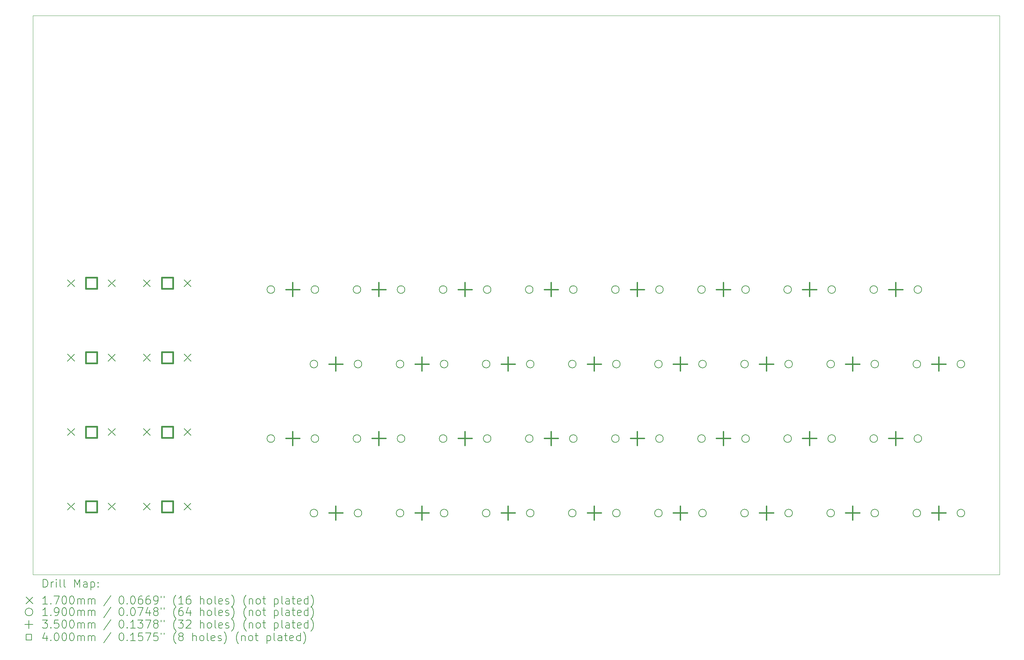
<source format=gbr>
%TF.GenerationSoftware,KiCad,Pcbnew,7.0.11*%
%TF.CreationDate,2024-11-21T01:14:29-06:00*%
%TF.ProjectId,Sardinia_v0.2,53617264-696e-4696-915f-76302e322e6b,rev?*%
%TF.SameCoordinates,Original*%
%TF.FileFunction,Drillmap*%
%TF.FilePolarity,Positive*%
%FSLAX45Y45*%
G04 Gerber Fmt 4.5, Leading zero omitted, Abs format (unit mm)*
G04 Created by KiCad (PCBNEW 7.0.11) date 2024-11-21 01:14:29*
%MOMM*%
%LPD*%
G01*
G04 APERTURE LIST*
%ADD10C,0.038100*%
%ADD11C,0.200000*%
%ADD12C,0.170000*%
%ADD13C,0.190000*%
%ADD14C,0.350000*%
%ADD15C,0.400000*%
G04 APERTURE END LIST*
D10*
X27940000Y-15875000D02*
X3810000Y-15875000D01*
X27940000Y-1905000D02*
X27940000Y-15875000D01*
X3810000Y-15875000D02*
X3810000Y-1905000D01*
X3810000Y-1905000D02*
X27940000Y-1905000D01*
D11*
D12*
X4678000Y-8504122D02*
X4848000Y-8674122D01*
X4848000Y-8504122D02*
X4678000Y-8674122D01*
X4678000Y-10366077D02*
X4848000Y-10536077D01*
X4848000Y-10366077D02*
X4678000Y-10536077D01*
X4678000Y-12228032D02*
X4848000Y-12398032D01*
X4848000Y-12228032D02*
X4678000Y-12398032D01*
X4678000Y-14089987D02*
X4848000Y-14259987D01*
X4848000Y-14089987D02*
X4678000Y-14259987D01*
X5694000Y-8504122D02*
X5864000Y-8674122D01*
X5864000Y-8504122D02*
X5694000Y-8674122D01*
X5694000Y-10366077D02*
X5864000Y-10536077D01*
X5864000Y-10366077D02*
X5694000Y-10536077D01*
X5694000Y-12228032D02*
X5864000Y-12398032D01*
X5864000Y-12228032D02*
X5694000Y-12398032D01*
X5694000Y-14089987D02*
X5864000Y-14259987D01*
X5864000Y-14089987D02*
X5694000Y-14259987D01*
X6574000Y-8504122D02*
X6744000Y-8674122D01*
X6744000Y-8504122D02*
X6574000Y-8674122D01*
X6574000Y-10366077D02*
X6744000Y-10536077D01*
X6744000Y-10366077D02*
X6574000Y-10536077D01*
X6574000Y-12228032D02*
X6744000Y-12398032D01*
X6744000Y-12228032D02*
X6574000Y-12398032D01*
X6574000Y-14089987D02*
X6744000Y-14259987D01*
X6744000Y-14089987D02*
X6574000Y-14259987D01*
X7590000Y-8504122D02*
X7760000Y-8674122D01*
X7760000Y-8504122D02*
X7590000Y-8674122D01*
X7590000Y-10366077D02*
X7760000Y-10536077D01*
X7760000Y-10366077D02*
X7590000Y-10536077D01*
X7590000Y-12228032D02*
X7760000Y-12398032D01*
X7760000Y-12228032D02*
X7590000Y-12398032D01*
X7590000Y-14089987D02*
X7760000Y-14259987D01*
X7760000Y-14089987D02*
X7590000Y-14259987D01*
D13*
X9845000Y-8750000D02*
G75*
G03*
X9655000Y-8750000I-95000J0D01*
G01*
X9655000Y-8750000D02*
G75*
G03*
X9845000Y-8750000I95000J0D01*
G01*
X9845000Y-12473910D02*
G75*
G03*
X9655000Y-12473910I-95000J0D01*
G01*
X9655000Y-12473910D02*
G75*
G03*
X9845000Y-12473910I95000J0D01*
G01*
X10920000Y-10611955D02*
G75*
G03*
X10730000Y-10611955I-95000J0D01*
G01*
X10730000Y-10611955D02*
G75*
G03*
X10920000Y-10611955I95000J0D01*
G01*
X10920000Y-14335864D02*
G75*
G03*
X10730000Y-14335864I-95000J0D01*
G01*
X10730000Y-14335864D02*
G75*
G03*
X10920000Y-14335864I95000J0D01*
G01*
X10945000Y-8750000D02*
G75*
G03*
X10755000Y-8750000I-95000J0D01*
G01*
X10755000Y-8750000D02*
G75*
G03*
X10945000Y-8750000I95000J0D01*
G01*
X10945000Y-12473910D02*
G75*
G03*
X10755000Y-12473910I-95000J0D01*
G01*
X10755000Y-12473910D02*
G75*
G03*
X10945000Y-12473910I95000J0D01*
G01*
X11995000Y-8750000D02*
G75*
G03*
X11805000Y-8750000I-95000J0D01*
G01*
X11805000Y-8750000D02*
G75*
G03*
X11995000Y-8750000I95000J0D01*
G01*
X11995000Y-12473910D02*
G75*
G03*
X11805000Y-12473910I-95000J0D01*
G01*
X11805000Y-12473910D02*
G75*
G03*
X11995000Y-12473910I95000J0D01*
G01*
X12020000Y-10611955D02*
G75*
G03*
X11830000Y-10611955I-95000J0D01*
G01*
X11830000Y-10611955D02*
G75*
G03*
X12020000Y-10611955I95000J0D01*
G01*
X12020000Y-14335864D02*
G75*
G03*
X11830000Y-14335864I-95000J0D01*
G01*
X11830000Y-14335864D02*
G75*
G03*
X12020000Y-14335864I95000J0D01*
G01*
X13070000Y-10611955D02*
G75*
G03*
X12880000Y-10611955I-95000J0D01*
G01*
X12880000Y-10611955D02*
G75*
G03*
X13070000Y-10611955I95000J0D01*
G01*
X13070000Y-14335864D02*
G75*
G03*
X12880000Y-14335864I-95000J0D01*
G01*
X12880000Y-14335864D02*
G75*
G03*
X13070000Y-14335864I95000J0D01*
G01*
X13095000Y-8750000D02*
G75*
G03*
X12905000Y-8750000I-95000J0D01*
G01*
X12905000Y-8750000D02*
G75*
G03*
X13095000Y-8750000I95000J0D01*
G01*
X13095000Y-12473910D02*
G75*
G03*
X12905000Y-12473910I-95000J0D01*
G01*
X12905000Y-12473910D02*
G75*
G03*
X13095000Y-12473910I95000J0D01*
G01*
X14145000Y-8750000D02*
G75*
G03*
X13955000Y-8750000I-95000J0D01*
G01*
X13955000Y-8750000D02*
G75*
G03*
X14145000Y-8750000I95000J0D01*
G01*
X14145000Y-12473910D02*
G75*
G03*
X13955000Y-12473910I-95000J0D01*
G01*
X13955000Y-12473910D02*
G75*
G03*
X14145000Y-12473910I95000J0D01*
G01*
X14170000Y-10611955D02*
G75*
G03*
X13980000Y-10611955I-95000J0D01*
G01*
X13980000Y-10611955D02*
G75*
G03*
X14170000Y-10611955I95000J0D01*
G01*
X14170000Y-14335864D02*
G75*
G03*
X13980000Y-14335864I-95000J0D01*
G01*
X13980000Y-14335864D02*
G75*
G03*
X14170000Y-14335864I95000J0D01*
G01*
X15220000Y-10611955D02*
G75*
G03*
X15030000Y-10611955I-95000J0D01*
G01*
X15030000Y-10611955D02*
G75*
G03*
X15220000Y-10611955I95000J0D01*
G01*
X15220000Y-14335864D02*
G75*
G03*
X15030000Y-14335864I-95000J0D01*
G01*
X15030000Y-14335864D02*
G75*
G03*
X15220000Y-14335864I95000J0D01*
G01*
X15245000Y-8750000D02*
G75*
G03*
X15055000Y-8750000I-95000J0D01*
G01*
X15055000Y-8750000D02*
G75*
G03*
X15245000Y-8750000I95000J0D01*
G01*
X15245000Y-12473910D02*
G75*
G03*
X15055000Y-12473910I-95000J0D01*
G01*
X15055000Y-12473910D02*
G75*
G03*
X15245000Y-12473910I95000J0D01*
G01*
X16295000Y-8750000D02*
G75*
G03*
X16105000Y-8750000I-95000J0D01*
G01*
X16105000Y-8750000D02*
G75*
G03*
X16295000Y-8750000I95000J0D01*
G01*
X16295000Y-12473910D02*
G75*
G03*
X16105000Y-12473910I-95000J0D01*
G01*
X16105000Y-12473910D02*
G75*
G03*
X16295000Y-12473910I95000J0D01*
G01*
X16320000Y-10611955D02*
G75*
G03*
X16130000Y-10611955I-95000J0D01*
G01*
X16130000Y-10611955D02*
G75*
G03*
X16320000Y-10611955I95000J0D01*
G01*
X16320000Y-14335864D02*
G75*
G03*
X16130000Y-14335864I-95000J0D01*
G01*
X16130000Y-14335864D02*
G75*
G03*
X16320000Y-14335864I95000J0D01*
G01*
X17370000Y-10611955D02*
G75*
G03*
X17180000Y-10611955I-95000J0D01*
G01*
X17180000Y-10611955D02*
G75*
G03*
X17370000Y-10611955I95000J0D01*
G01*
X17370000Y-14335864D02*
G75*
G03*
X17180000Y-14335864I-95000J0D01*
G01*
X17180000Y-14335864D02*
G75*
G03*
X17370000Y-14335864I95000J0D01*
G01*
X17395000Y-8750000D02*
G75*
G03*
X17205000Y-8750000I-95000J0D01*
G01*
X17205000Y-8750000D02*
G75*
G03*
X17395000Y-8750000I95000J0D01*
G01*
X17395000Y-12473910D02*
G75*
G03*
X17205000Y-12473910I-95000J0D01*
G01*
X17205000Y-12473910D02*
G75*
G03*
X17395000Y-12473910I95000J0D01*
G01*
X18445000Y-8750000D02*
G75*
G03*
X18255000Y-8750000I-95000J0D01*
G01*
X18255000Y-8750000D02*
G75*
G03*
X18445000Y-8750000I95000J0D01*
G01*
X18445000Y-12473910D02*
G75*
G03*
X18255000Y-12473910I-95000J0D01*
G01*
X18255000Y-12473910D02*
G75*
G03*
X18445000Y-12473910I95000J0D01*
G01*
X18470000Y-10611955D02*
G75*
G03*
X18280000Y-10611955I-95000J0D01*
G01*
X18280000Y-10611955D02*
G75*
G03*
X18470000Y-10611955I95000J0D01*
G01*
X18470000Y-14335864D02*
G75*
G03*
X18280000Y-14335864I-95000J0D01*
G01*
X18280000Y-14335864D02*
G75*
G03*
X18470000Y-14335864I95000J0D01*
G01*
X19520000Y-10611955D02*
G75*
G03*
X19330000Y-10611955I-95000J0D01*
G01*
X19330000Y-10611955D02*
G75*
G03*
X19520000Y-10611955I95000J0D01*
G01*
X19520000Y-14335864D02*
G75*
G03*
X19330000Y-14335864I-95000J0D01*
G01*
X19330000Y-14335864D02*
G75*
G03*
X19520000Y-14335864I95000J0D01*
G01*
X19545000Y-8750000D02*
G75*
G03*
X19355000Y-8750000I-95000J0D01*
G01*
X19355000Y-8750000D02*
G75*
G03*
X19545000Y-8750000I95000J0D01*
G01*
X19545000Y-12473910D02*
G75*
G03*
X19355000Y-12473910I-95000J0D01*
G01*
X19355000Y-12473910D02*
G75*
G03*
X19545000Y-12473910I95000J0D01*
G01*
X20595000Y-8750000D02*
G75*
G03*
X20405000Y-8750000I-95000J0D01*
G01*
X20405000Y-8750000D02*
G75*
G03*
X20595000Y-8750000I95000J0D01*
G01*
X20595000Y-12473910D02*
G75*
G03*
X20405000Y-12473910I-95000J0D01*
G01*
X20405000Y-12473910D02*
G75*
G03*
X20595000Y-12473910I95000J0D01*
G01*
X20620000Y-10611955D02*
G75*
G03*
X20430000Y-10611955I-95000J0D01*
G01*
X20430000Y-10611955D02*
G75*
G03*
X20620000Y-10611955I95000J0D01*
G01*
X20620000Y-14335864D02*
G75*
G03*
X20430000Y-14335864I-95000J0D01*
G01*
X20430000Y-14335864D02*
G75*
G03*
X20620000Y-14335864I95000J0D01*
G01*
X21670000Y-10611955D02*
G75*
G03*
X21480000Y-10611955I-95000J0D01*
G01*
X21480000Y-10611955D02*
G75*
G03*
X21670000Y-10611955I95000J0D01*
G01*
X21670000Y-14335864D02*
G75*
G03*
X21480000Y-14335864I-95000J0D01*
G01*
X21480000Y-14335864D02*
G75*
G03*
X21670000Y-14335864I95000J0D01*
G01*
X21695000Y-8750000D02*
G75*
G03*
X21505000Y-8750000I-95000J0D01*
G01*
X21505000Y-8750000D02*
G75*
G03*
X21695000Y-8750000I95000J0D01*
G01*
X21695000Y-12473910D02*
G75*
G03*
X21505000Y-12473910I-95000J0D01*
G01*
X21505000Y-12473910D02*
G75*
G03*
X21695000Y-12473910I95000J0D01*
G01*
X22745000Y-8750000D02*
G75*
G03*
X22555000Y-8750000I-95000J0D01*
G01*
X22555000Y-8750000D02*
G75*
G03*
X22745000Y-8750000I95000J0D01*
G01*
X22745000Y-12473910D02*
G75*
G03*
X22555000Y-12473910I-95000J0D01*
G01*
X22555000Y-12473910D02*
G75*
G03*
X22745000Y-12473910I95000J0D01*
G01*
X22770000Y-10611955D02*
G75*
G03*
X22580000Y-10611955I-95000J0D01*
G01*
X22580000Y-10611955D02*
G75*
G03*
X22770000Y-10611955I95000J0D01*
G01*
X22770000Y-14335864D02*
G75*
G03*
X22580000Y-14335864I-95000J0D01*
G01*
X22580000Y-14335864D02*
G75*
G03*
X22770000Y-14335864I95000J0D01*
G01*
X23820000Y-10611955D02*
G75*
G03*
X23630000Y-10611955I-95000J0D01*
G01*
X23630000Y-10611955D02*
G75*
G03*
X23820000Y-10611955I95000J0D01*
G01*
X23820000Y-14335864D02*
G75*
G03*
X23630000Y-14335864I-95000J0D01*
G01*
X23630000Y-14335864D02*
G75*
G03*
X23820000Y-14335864I95000J0D01*
G01*
X23845000Y-8750000D02*
G75*
G03*
X23655000Y-8750000I-95000J0D01*
G01*
X23655000Y-8750000D02*
G75*
G03*
X23845000Y-8750000I95000J0D01*
G01*
X23845000Y-12473910D02*
G75*
G03*
X23655000Y-12473910I-95000J0D01*
G01*
X23655000Y-12473910D02*
G75*
G03*
X23845000Y-12473910I95000J0D01*
G01*
X24895000Y-8750000D02*
G75*
G03*
X24705000Y-8750000I-95000J0D01*
G01*
X24705000Y-8750000D02*
G75*
G03*
X24895000Y-8750000I95000J0D01*
G01*
X24895000Y-12473910D02*
G75*
G03*
X24705000Y-12473910I-95000J0D01*
G01*
X24705000Y-12473910D02*
G75*
G03*
X24895000Y-12473910I95000J0D01*
G01*
X24920000Y-10611955D02*
G75*
G03*
X24730000Y-10611955I-95000J0D01*
G01*
X24730000Y-10611955D02*
G75*
G03*
X24920000Y-10611955I95000J0D01*
G01*
X24920000Y-14335864D02*
G75*
G03*
X24730000Y-14335864I-95000J0D01*
G01*
X24730000Y-14335864D02*
G75*
G03*
X24920000Y-14335864I95000J0D01*
G01*
X25970000Y-10611955D02*
G75*
G03*
X25780000Y-10611955I-95000J0D01*
G01*
X25780000Y-10611955D02*
G75*
G03*
X25970000Y-10611955I95000J0D01*
G01*
X25970000Y-14335864D02*
G75*
G03*
X25780000Y-14335864I-95000J0D01*
G01*
X25780000Y-14335864D02*
G75*
G03*
X25970000Y-14335864I95000J0D01*
G01*
X25995000Y-8750000D02*
G75*
G03*
X25805000Y-8750000I-95000J0D01*
G01*
X25805000Y-8750000D02*
G75*
G03*
X25995000Y-8750000I95000J0D01*
G01*
X25995000Y-12473910D02*
G75*
G03*
X25805000Y-12473910I-95000J0D01*
G01*
X25805000Y-12473910D02*
G75*
G03*
X25995000Y-12473910I95000J0D01*
G01*
X27070000Y-10611955D02*
G75*
G03*
X26880000Y-10611955I-95000J0D01*
G01*
X26880000Y-10611955D02*
G75*
G03*
X27070000Y-10611955I95000J0D01*
G01*
X27070000Y-14335864D02*
G75*
G03*
X26880000Y-14335864I-95000J0D01*
G01*
X26880000Y-14335864D02*
G75*
G03*
X27070000Y-14335864I95000J0D01*
G01*
D14*
X10300000Y-8575000D02*
X10300000Y-8925000D01*
X10125000Y-8750000D02*
X10475000Y-8750000D01*
X10300000Y-12298910D02*
X10300000Y-12648910D01*
X10125000Y-12473910D02*
X10475000Y-12473910D01*
X11375000Y-10436955D02*
X11375000Y-10786955D01*
X11200000Y-10611955D02*
X11550000Y-10611955D01*
X11375000Y-14160864D02*
X11375000Y-14510864D01*
X11200000Y-14335864D02*
X11550000Y-14335864D01*
X12450000Y-8575000D02*
X12450000Y-8925000D01*
X12275000Y-8750000D02*
X12625000Y-8750000D01*
X12450000Y-12298910D02*
X12450000Y-12648910D01*
X12275000Y-12473910D02*
X12625000Y-12473910D01*
X13525000Y-10436955D02*
X13525000Y-10786955D01*
X13350000Y-10611955D02*
X13700000Y-10611955D01*
X13525000Y-14160864D02*
X13525000Y-14510864D01*
X13350000Y-14335864D02*
X13700000Y-14335864D01*
X14600000Y-8575000D02*
X14600000Y-8925000D01*
X14425000Y-8750000D02*
X14775000Y-8750000D01*
X14600000Y-12298910D02*
X14600000Y-12648910D01*
X14425000Y-12473910D02*
X14775000Y-12473910D01*
X15675000Y-10436955D02*
X15675000Y-10786955D01*
X15500000Y-10611955D02*
X15850000Y-10611955D01*
X15675000Y-14160864D02*
X15675000Y-14510864D01*
X15500000Y-14335864D02*
X15850000Y-14335864D01*
X16750000Y-8575000D02*
X16750000Y-8925000D01*
X16575000Y-8750000D02*
X16925000Y-8750000D01*
X16750000Y-12298910D02*
X16750000Y-12648910D01*
X16575000Y-12473910D02*
X16925000Y-12473910D01*
X17825000Y-10436955D02*
X17825000Y-10786955D01*
X17650000Y-10611955D02*
X18000000Y-10611955D01*
X17825000Y-14160864D02*
X17825000Y-14510864D01*
X17650000Y-14335864D02*
X18000000Y-14335864D01*
X18900000Y-8575000D02*
X18900000Y-8925000D01*
X18725000Y-8750000D02*
X19075000Y-8750000D01*
X18900000Y-12298910D02*
X18900000Y-12648910D01*
X18725000Y-12473910D02*
X19075000Y-12473910D01*
X19975000Y-10436955D02*
X19975000Y-10786955D01*
X19800000Y-10611955D02*
X20150000Y-10611955D01*
X19975000Y-14160864D02*
X19975000Y-14510864D01*
X19800000Y-14335864D02*
X20150000Y-14335864D01*
X21050000Y-8575000D02*
X21050000Y-8925000D01*
X20875000Y-8750000D02*
X21225000Y-8750000D01*
X21050000Y-12298910D02*
X21050000Y-12648910D01*
X20875000Y-12473910D02*
X21225000Y-12473910D01*
X22125000Y-10436955D02*
X22125000Y-10786955D01*
X21950000Y-10611955D02*
X22300000Y-10611955D01*
X22125000Y-14160864D02*
X22125000Y-14510864D01*
X21950000Y-14335864D02*
X22300000Y-14335864D01*
X23200000Y-8575000D02*
X23200000Y-8925000D01*
X23025000Y-8750000D02*
X23375000Y-8750000D01*
X23200000Y-12298910D02*
X23200000Y-12648910D01*
X23025000Y-12473910D02*
X23375000Y-12473910D01*
X24275000Y-10436955D02*
X24275000Y-10786955D01*
X24100000Y-10611955D02*
X24450000Y-10611955D01*
X24275000Y-14160864D02*
X24275000Y-14510864D01*
X24100000Y-14335864D02*
X24450000Y-14335864D01*
X25350000Y-8575000D02*
X25350000Y-8925000D01*
X25175000Y-8750000D02*
X25525000Y-8750000D01*
X25350000Y-12298910D02*
X25350000Y-12648910D01*
X25175000Y-12473910D02*
X25525000Y-12473910D01*
X26425000Y-10436955D02*
X26425000Y-10786955D01*
X26250000Y-10611955D02*
X26600000Y-10611955D01*
X26425000Y-14160864D02*
X26425000Y-14510864D01*
X26250000Y-14335864D02*
X26600000Y-14335864D01*
D15*
X5412423Y-8730545D02*
X5412423Y-8447700D01*
X5129577Y-8447700D01*
X5129577Y-8730545D01*
X5412423Y-8730545D01*
X5412423Y-10592500D02*
X5412423Y-10309655D01*
X5129577Y-10309655D01*
X5129577Y-10592500D01*
X5412423Y-10592500D01*
X5412423Y-12454455D02*
X5412423Y-12171609D01*
X5129577Y-12171609D01*
X5129577Y-12454455D01*
X5412423Y-12454455D01*
X5412423Y-14316409D02*
X5412423Y-14033564D01*
X5129577Y-14033564D01*
X5129577Y-14316409D01*
X5412423Y-14316409D01*
X7308423Y-8730545D02*
X7308423Y-8447700D01*
X7025577Y-8447700D01*
X7025577Y-8730545D01*
X7308423Y-8730545D01*
X7308423Y-10592500D02*
X7308423Y-10309655D01*
X7025577Y-10309655D01*
X7025577Y-10592500D01*
X7308423Y-10592500D01*
X7308423Y-12454455D02*
X7308423Y-12171609D01*
X7025577Y-12171609D01*
X7025577Y-12454455D01*
X7308423Y-12454455D01*
X7308423Y-14316409D02*
X7308423Y-14033564D01*
X7025577Y-14033564D01*
X7025577Y-14316409D01*
X7308423Y-14316409D01*
D11*
X4068872Y-16188389D02*
X4068872Y-15988389D01*
X4068872Y-15988389D02*
X4116491Y-15988389D01*
X4116491Y-15988389D02*
X4145062Y-15997913D01*
X4145062Y-15997913D02*
X4164110Y-16016960D01*
X4164110Y-16016960D02*
X4173634Y-16036008D01*
X4173634Y-16036008D02*
X4183157Y-16074103D01*
X4183157Y-16074103D02*
X4183157Y-16102674D01*
X4183157Y-16102674D02*
X4173634Y-16140770D01*
X4173634Y-16140770D02*
X4164110Y-16159817D01*
X4164110Y-16159817D02*
X4145062Y-16178865D01*
X4145062Y-16178865D02*
X4116491Y-16188389D01*
X4116491Y-16188389D02*
X4068872Y-16188389D01*
X4268872Y-16188389D02*
X4268872Y-16055055D01*
X4268872Y-16093151D02*
X4278396Y-16074103D01*
X4278396Y-16074103D02*
X4287919Y-16064579D01*
X4287919Y-16064579D02*
X4306967Y-16055055D01*
X4306967Y-16055055D02*
X4326015Y-16055055D01*
X4392681Y-16188389D02*
X4392681Y-16055055D01*
X4392681Y-15988389D02*
X4383158Y-15997913D01*
X4383158Y-15997913D02*
X4392681Y-16007436D01*
X4392681Y-16007436D02*
X4402205Y-15997913D01*
X4402205Y-15997913D02*
X4392681Y-15988389D01*
X4392681Y-15988389D02*
X4392681Y-16007436D01*
X4516491Y-16188389D02*
X4497443Y-16178865D01*
X4497443Y-16178865D02*
X4487919Y-16159817D01*
X4487919Y-16159817D02*
X4487919Y-15988389D01*
X4621253Y-16188389D02*
X4602205Y-16178865D01*
X4602205Y-16178865D02*
X4592681Y-16159817D01*
X4592681Y-16159817D02*
X4592681Y-15988389D01*
X4849824Y-16188389D02*
X4849824Y-15988389D01*
X4849824Y-15988389D02*
X4916491Y-16131246D01*
X4916491Y-16131246D02*
X4983158Y-15988389D01*
X4983158Y-15988389D02*
X4983158Y-16188389D01*
X5164110Y-16188389D02*
X5164110Y-16083627D01*
X5164110Y-16083627D02*
X5154586Y-16064579D01*
X5154586Y-16064579D02*
X5135539Y-16055055D01*
X5135539Y-16055055D02*
X5097443Y-16055055D01*
X5097443Y-16055055D02*
X5078396Y-16064579D01*
X5164110Y-16178865D02*
X5145062Y-16188389D01*
X5145062Y-16188389D02*
X5097443Y-16188389D01*
X5097443Y-16188389D02*
X5078396Y-16178865D01*
X5078396Y-16178865D02*
X5068872Y-16159817D01*
X5068872Y-16159817D02*
X5068872Y-16140770D01*
X5068872Y-16140770D02*
X5078396Y-16121722D01*
X5078396Y-16121722D02*
X5097443Y-16112198D01*
X5097443Y-16112198D02*
X5145062Y-16112198D01*
X5145062Y-16112198D02*
X5164110Y-16102674D01*
X5259348Y-16055055D02*
X5259348Y-16255055D01*
X5259348Y-16064579D02*
X5278396Y-16055055D01*
X5278396Y-16055055D02*
X5316491Y-16055055D01*
X5316491Y-16055055D02*
X5335539Y-16064579D01*
X5335539Y-16064579D02*
X5345062Y-16074103D01*
X5345062Y-16074103D02*
X5354586Y-16093151D01*
X5354586Y-16093151D02*
X5354586Y-16150293D01*
X5354586Y-16150293D02*
X5345062Y-16169341D01*
X5345062Y-16169341D02*
X5335539Y-16178865D01*
X5335539Y-16178865D02*
X5316491Y-16188389D01*
X5316491Y-16188389D02*
X5278396Y-16188389D01*
X5278396Y-16188389D02*
X5259348Y-16178865D01*
X5440300Y-16169341D02*
X5449824Y-16178865D01*
X5449824Y-16178865D02*
X5440300Y-16188389D01*
X5440300Y-16188389D02*
X5430777Y-16178865D01*
X5430777Y-16178865D02*
X5440300Y-16169341D01*
X5440300Y-16169341D02*
X5440300Y-16188389D01*
X5440300Y-16064579D02*
X5449824Y-16074103D01*
X5449824Y-16074103D02*
X5440300Y-16083627D01*
X5440300Y-16083627D02*
X5430777Y-16074103D01*
X5430777Y-16074103D02*
X5440300Y-16064579D01*
X5440300Y-16064579D02*
X5440300Y-16083627D01*
D12*
X3638095Y-16431905D02*
X3808095Y-16601905D01*
X3808095Y-16431905D02*
X3638095Y-16601905D01*
D11*
X4173634Y-16608389D02*
X4059348Y-16608389D01*
X4116491Y-16608389D02*
X4116491Y-16408389D01*
X4116491Y-16408389D02*
X4097443Y-16436960D01*
X4097443Y-16436960D02*
X4078396Y-16456008D01*
X4078396Y-16456008D02*
X4059348Y-16465532D01*
X4259348Y-16589341D02*
X4268872Y-16598865D01*
X4268872Y-16598865D02*
X4259348Y-16608389D01*
X4259348Y-16608389D02*
X4249824Y-16598865D01*
X4249824Y-16598865D02*
X4259348Y-16589341D01*
X4259348Y-16589341D02*
X4259348Y-16608389D01*
X4335539Y-16408389D02*
X4468872Y-16408389D01*
X4468872Y-16408389D02*
X4383158Y-16608389D01*
X4583158Y-16408389D02*
X4602205Y-16408389D01*
X4602205Y-16408389D02*
X4621253Y-16417913D01*
X4621253Y-16417913D02*
X4630777Y-16427436D01*
X4630777Y-16427436D02*
X4640300Y-16446484D01*
X4640300Y-16446484D02*
X4649824Y-16484579D01*
X4649824Y-16484579D02*
X4649824Y-16532198D01*
X4649824Y-16532198D02*
X4640300Y-16570293D01*
X4640300Y-16570293D02*
X4630777Y-16589341D01*
X4630777Y-16589341D02*
X4621253Y-16598865D01*
X4621253Y-16598865D02*
X4602205Y-16608389D01*
X4602205Y-16608389D02*
X4583158Y-16608389D01*
X4583158Y-16608389D02*
X4564110Y-16598865D01*
X4564110Y-16598865D02*
X4554586Y-16589341D01*
X4554586Y-16589341D02*
X4545062Y-16570293D01*
X4545062Y-16570293D02*
X4535539Y-16532198D01*
X4535539Y-16532198D02*
X4535539Y-16484579D01*
X4535539Y-16484579D02*
X4545062Y-16446484D01*
X4545062Y-16446484D02*
X4554586Y-16427436D01*
X4554586Y-16427436D02*
X4564110Y-16417913D01*
X4564110Y-16417913D02*
X4583158Y-16408389D01*
X4773634Y-16408389D02*
X4792681Y-16408389D01*
X4792681Y-16408389D02*
X4811729Y-16417913D01*
X4811729Y-16417913D02*
X4821253Y-16427436D01*
X4821253Y-16427436D02*
X4830777Y-16446484D01*
X4830777Y-16446484D02*
X4840300Y-16484579D01*
X4840300Y-16484579D02*
X4840300Y-16532198D01*
X4840300Y-16532198D02*
X4830777Y-16570293D01*
X4830777Y-16570293D02*
X4821253Y-16589341D01*
X4821253Y-16589341D02*
X4811729Y-16598865D01*
X4811729Y-16598865D02*
X4792681Y-16608389D01*
X4792681Y-16608389D02*
X4773634Y-16608389D01*
X4773634Y-16608389D02*
X4754586Y-16598865D01*
X4754586Y-16598865D02*
X4745062Y-16589341D01*
X4745062Y-16589341D02*
X4735539Y-16570293D01*
X4735539Y-16570293D02*
X4726015Y-16532198D01*
X4726015Y-16532198D02*
X4726015Y-16484579D01*
X4726015Y-16484579D02*
X4735539Y-16446484D01*
X4735539Y-16446484D02*
X4745062Y-16427436D01*
X4745062Y-16427436D02*
X4754586Y-16417913D01*
X4754586Y-16417913D02*
X4773634Y-16408389D01*
X4926015Y-16608389D02*
X4926015Y-16475055D01*
X4926015Y-16494103D02*
X4935539Y-16484579D01*
X4935539Y-16484579D02*
X4954586Y-16475055D01*
X4954586Y-16475055D02*
X4983158Y-16475055D01*
X4983158Y-16475055D02*
X5002205Y-16484579D01*
X5002205Y-16484579D02*
X5011729Y-16503627D01*
X5011729Y-16503627D02*
X5011729Y-16608389D01*
X5011729Y-16503627D02*
X5021253Y-16484579D01*
X5021253Y-16484579D02*
X5040300Y-16475055D01*
X5040300Y-16475055D02*
X5068872Y-16475055D01*
X5068872Y-16475055D02*
X5087920Y-16484579D01*
X5087920Y-16484579D02*
X5097443Y-16503627D01*
X5097443Y-16503627D02*
X5097443Y-16608389D01*
X5192681Y-16608389D02*
X5192681Y-16475055D01*
X5192681Y-16494103D02*
X5202205Y-16484579D01*
X5202205Y-16484579D02*
X5221253Y-16475055D01*
X5221253Y-16475055D02*
X5249824Y-16475055D01*
X5249824Y-16475055D02*
X5268872Y-16484579D01*
X5268872Y-16484579D02*
X5278396Y-16503627D01*
X5278396Y-16503627D02*
X5278396Y-16608389D01*
X5278396Y-16503627D02*
X5287920Y-16484579D01*
X5287920Y-16484579D02*
X5306967Y-16475055D01*
X5306967Y-16475055D02*
X5335539Y-16475055D01*
X5335539Y-16475055D02*
X5354586Y-16484579D01*
X5354586Y-16484579D02*
X5364110Y-16503627D01*
X5364110Y-16503627D02*
X5364110Y-16608389D01*
X5754586Y-16398865D02*
X5583158Y-16656008D01*
X6011729Y-16408389D02*
X6030777Y-16408389D01*
X6030777Y-16408389D02*
X6049824Y-16417913D01*
X6049824Y-16417913D02*
X6059348Y-16427436D01*
X6059348Y-16427436D02*
X6068872Y-16446484D01*
X6068872Y-16446484D02*
X6078396Y-16484579D01*
X6078396Y-16484579D02*
X6078396Y-16532198D01*
X6078396Y-16532198D02*
X6068872Y-16570293D01*
X6068872Y-16570293D02*
X6059348Y-16589341D01*
X6059348Y-16589341D02*
X6049824Y-16598865D01*
X6049824Y-16598865D02*
X6030777Y-16608389D01*
X6030777Y-16608389D02*
X6011729Y-16608389D01*
X6011729Y-16608389D02*
X5992681Y-16598865D01*
X5992681Y-16598865D02*
X5983158Y-16589341D01*
X5983158Y-16589341D02*
X5973634Y-16570293D01*
X5973634Y-16570293D02*
X5964110Y-16532198D01*
X5964110Y-16532198D02*
X5964110Y-16484579D01*
X5964110Y-16484579D02*
X5973634Y-16446484D01*
X5973634Y-16446484D02*
X5983158Y-16427436D01*
X5983158Y-16427436D02*
X5992681Y-16417913D01*
X5992681Y-16417913D02*
X6011729Y-16408389D01*
X6164110Y-16589341D02*
X6173634Y-16598865D01*
X6173634Y-16598865D02*
X6164110Y-16608389D01*
X6164110Y-16608389D02*
X6154586Y-16598865D01*
X6154586Y-16598865D02*
X6164110Y-16589341D01*
X6164110Y-16589341D02*
X6164110Y-16608389D01*
X6297443Y-16408389D02*
X6316491Y-16408389D01*
X6316491Y-16408389D02*
X6335539Y-16417913D01*
X6335539Y-16417913D02*
X6345062Y-16427436D01*
X6345062Y-16427436D02*
X6354586Y-16446484D01*
X6354586Y-16446484D02*
X6364110Y-16484579D01*
X6364110Y-16484579D02*
X6364110Y-16532198D01*
X6364110Y-16532198D02*
X6354586Y-16570293D01*
X6354586Y-16570293D02*
X6345062Y-16589341D01*
X6345062Y-16589341D02*
X6335539Y-16598865D01*
X6335539Y-16598865D02*
X6316491Y-16608389D01*
X6316491Y-16608389D02*
X6297443Y-16608389D01*
X6297443Y-16608389D02*
X6278396Y-16598865D01*
X6278396Y-16598865D02*
X6268872Y-16589341D01*
X6268872Y-16589341D02*
X6259348Y-16570293D01*
X6259348Y-16570293D02*
X6249824Y-16532198D01*
X6249824Y-16532198D02*
X6249824Y-16484579D01*
X6249824Y-16484579D02*
X6259348Y-16446484D01*
X6259348Y-16446484D02*
X6268872Y-16427436D01*
X6268872Y-16427436D02*
X6278396Y-16417913D01*
X6278396Y-16417913D02*
X6297443Y-16408389D01*
X6535539Y-16408389D02*
X6497443Y-16408389D01*
X6497443Y-16408389D02*
X6478396Y-16417913D01*
X6478396Y-16417913D02*
X6468872Y-16427436D01*
X6468872Y-16427436D02*
X6449824Y-16456008D01*
X6449824Y-16456008D02*
X6440301Y-16494103D01*
X6440301Y-16494103D02*
X6440301Y-16570293D01*
X6440301Y-16570293D02*
X6449824Y-16589341D01*
X6449824Y-16589341D02*
X6459348Y-16598865D01*
X6459348Y-16598865D02*
X6478396Y-16608389D01*
X6478396Y-16608389D02*
X6516491Y-16608389D01*
X6516491Y-16608389D02*
X6535539Y-16598865D01*
X6535539Y-16598865D02*
X6545062Y-16589341D01*
X6545062Y-16589341D02*
X6554586Y-16570293D01*
X6554586Y-16570293D02*
X6554586Y-16522674D01*
X6554586Y-16522674D02*
X6545062Y-16503627D01*
X6545062Y-16503627D02*
X6535539Y-16494103D01*
X6535539Y-16494103D02*
X6516491Y-16484579D01*
X6516491Y-16484579D02*
X6478396Y-16484579D01*
X6478396Y-16484579D02*
X6459348Y-16494103D01*
X6459348Y-16494103D02*
X6449824Y-16503627D01*
X6449824Y-16503627D02*
X6440301Y-16522674D01*
X6726015Y-16408389D02*
X6687920Y-16408389D01*
X6687920Y-16408389D02*
X6668872Y-16417913D01*
X6668872Y-16417913D02*
X6659348Y-16427436D01*
X6659348Y-16427436D02*
X6640301Y-16456008D01*
X6640301Y-16456008D02*
X6630777Y-16494103D01*
X6630777Y-16494103D02*
X6630777Y-16570293D01*
X6630777Y-16570293D02*
X6640301Y-16589341D01*
X6640301Y-16589341D02*
X6649824Y-16598865D01*
X6649824Y-16598865D02*
X6668872Y-16608389D01*
X6668872Y-16608389D02*
X6706967Y-16608389D01*
X6706967Y-16608389D02*
X6726015Y-16598865D01*
X6726015Y-16598865D02*
X6735539Y-16589341D01*
X6735539Y-16589341D02*
X6745062Y-16570293D01*
X6745062Y-16570293D02*
X6745062Y-16522674D01*
X6745062Y-16522674D02*
X6735539Y-16503627D01*
X6735539Y-16503627D02*
X6726015Y-16494103D01*
X6726015Y-16494103D02*
X6706967Y-16484579D01*
X6706967Y-16484579D02*
X6668872Y-16484579D01*
X6668872Y-16484579D02*
X6649824Y-16494103D01*
X6649824Y-16494103D02*
X6640301Y-16503627D01*
X6640301Y-16503627D02*
X6630777Y-16522674D01*
X6840301Y-16608389D02*
X6878396Y-16608389D01*
X6878396Y-16608389D02*
X6897443Y-16598865D01*
X6897443Y-16598865D02*
X6906967Y-16589341D01*
X6906967Y-16589341D02*
X6926015Y-16560770D01*
X6926015Y-16560770D02*
X6935539Y-16522674D01*
X6935539Y-16522674D02*
X6935539Y-16446484D01*
X6935539Y-16446484D02*
X6926015Y-16427436D01*
X6926015Y-16427436D02*
X6916491Y-16417913D01*
X6916491Y-16417913D02*
X6897443Y-16408389D01*
X6897443Y-16408389D02*
X6859348Y-16408389D01*
X6859348Y-16408389D02*
X6840301Y-16417913D01*
X6840301Y-16417913D02*
X6830777Y-16427436D01*
X6830777Y-16427436D02*
X6821253Y-16446484D01*
X6821253Y-16446484D02*
X6821253Y-16494103D01*
X6821253Y-16494103D02*
X6830777Y-16513151D01*
X6830777Y-16513151D02*
X6840301Y-16522674D01*
X6840301Y-16522674D02*
X6859348Y-16532198D01*
X6859348Y-16532198D02*
X6897443Y-16532198D01*
X6897443Y-16532198D02*
X6916491Y-16522674D01*
X6916491Y-16522674D02*
X6926015Y-16513151D01*
X6926015Y-16513151D02*
X6935539Y-16494103D01*
X7011729Y-16408389D02*
X7011729Y-16446484D01*
X7087920Y-16408389D02*
X7087920Y-16446484D01*
X7383158Y-16684579D02*
X7373634Y-16675055D01*
X7373634Y-16675055D02*
X7354586Y-16646484D01*
X7354586Y-16646484D02*
X7345063Y-16627436D01*
X7345063Y-16627436D02*
X7335539Y-16598865D01*
X7335539Y-16598865D02*
X7326015Y-16551246D01*
X7326015Y-16551246D02*
X7326015Y-16513151D01*
X7326015Y-16513151D02*
X7335539Y-16465532D01*
X7335539Y-16465532D02*
X7345063Y-16436960D01*
X7345063Y-16436960D02*
X7354586Y-16417913D01*
X7354586Y-16417913D02*
X7373634Y-16389341D01*
X7373634Y-16389341D02*
X7383158Y-16379817D01*
X7564110Y-16608389D02*
X7449824Y-16608389D01*
X7506967Y-16608389D02*
X7506967Y-16408389D01*
X7506967Y-16408389D02*
X7487920Y-16436960D01*
X7487920Y-16436960D02*
X7468872Y-16456008D01*
X7468872Y-16456008D02*
X7449824Y-16465532D01*
X7735539Y-16408389D02*
X7697443Y-16408389D01*
X7697443Y-16408389D02*
X7678396Y-16417913D01*
X7678396Y-16417913D02*
X7668872Y-16427436D01*
X7668872Y-16427436D02*
X7649824Y-16456008D01*
X7649824Y-16456008D02*
X7640301Y-16494103D01*
X7640301Y-16494103D02*
X7640301Y-16570293D01*
X7640301Y-16570293D02*
X7649824Y-16589341D01*
X7649824Y-16589341D02*
X7659348Y-16598865D01*
X7659348Y-16598865D02*
X7678396Y-16608389D01*
X7678396Y-16608389D02*
X7716491Y-16608389D01*
X7716491Y-16608389D02*
X7735539Y-16598865D01*
X7735539Y-16598865D02*
X7745063Y-16589341D01*
X7745063Y-16589341D02*
X7754586Y-16570293D01*
X7754586Y-16570293D02*
X7754586Y-16522674D01*
X7754586Y-16522674D02*
X7745063Y-16503627D01*
X7745063Y-16503627D02*
X7735539Y-16494103D01*
X7735539Y-16494103D02*
X7716491Y-16484579D01*
X7716491Y-16484579D02*
X7678396Y-16484579D01*
X7678396Y-16484579D02*
X7659348Y-16494103D01*
X7659348Y-16494103D02*
X7649824Y-16503627D01*
X7649824Y-16503627D02*
X7640301Y-16522674D01*
X7992682Y-16608389D02*
X7992682Y-16408389D01*
X8078396Y-16608389D02*
X8078396Y-16503627D01*
X8078396Y-16503627D02*
X8068872Y-16484579D01*
X8068872Y-16484579D02*
X8049825Y-16475055D01*
X8049825Y-16475055D02*
X8021253Y-16475055D01*
X8021253Y-16475055D02*
X8002205Y-16484579D01*
X8002205Y-16484579D02*
X7992682Y-16494103D01*
X8202205Y-16608389D02*
X8183158Y-16598865D01*
X8183158Y-16598865D02*
X8173634Y-16589341D01*
X8173634Y-16589341D02*
X8164110Y-16570293D01*
X8164110Y-16570293D02*
X8164110Y-16513151D01*
X8164110Y-16513151D02*
X8173634Y-16494103D01*
X8173634Y-16494103D02*
X8183158Y-16484579D01*
X8183158Y-16484579D02*
X8202205Y-16475055D01*
X8202205Y-16475055D02*
X8230777Y-16475055D01*
X8230777Y-16475055D02*
X8249825Y-16484579D01*
X8249825Y-16484579D02*
X8259348Y-16494103D01*
X8259348Y-16494103D02*
X8268872Y-16513151D01*
X8268872Y-16513151D02*
X8268872Y-16570293D01*
X8268872Y-16570293D02*
X8259348Y-16589341D01*
X8259348Y-16589341D02*
X8249825Y-16598865D01*
X8249825Y-16598865D02*
X8230777Y-16608389D01*
X8230777Y-16608389D02*
X8202205Y-16608389D01*
X8383158Y-16608389D02*
X8364110Y-16598865D01*
X8364110Y-16598865D02*
X8354586Y-16579817D01*
X8354586Y-16579817D02*
X8354586Y-16408389D01*
X8535539Y-16598865D02*
X8516491Y-16608389D01*
X8516491Y-16608389D02*
X8478396Y-16608389D01*
X8478396Y-16608389D02*
X8459348Y-16598865D01*
X8459348Y-16598865D02*
X8449825Y-16579817D01*
X8449825Y-16579817D02*
X8449825Y-16503627D01*
X8449825Y-16503627D02*
X8459348Y-16484579D01*
X8459348Y-16484579D02*
X8478396Y-16475055D01*
X8478396Y-16475055D02*
X8516491Y-16475055D01*
X8516491Y-16475055D02*
X8535539Y-16484579D01*
X8535539Y-16484579D02*
X8545063Y-16503627D01*
X8545063Y-16503627D02*
X8545063Y-16522674D01*
X8545063Y-16522674D02*
X8449825Y-16541722D01*
X8621253Y-16598865D02*
X8640301Y-16608389D01*
X8640301Y-16608389D02*
X8678396Y-16608389D01*
X8678396Y-16608389D02*
X8697444Y-16598865D01*
X8697444Y-16598865D02*
X8706968Y-16579817D01*
X8706968Y-16579817D02*
X8706968Y-16570293D01*
X8706968Y-16570293D02*
X8697444Y-16551246D01*
X8697444Y-16551246D02*
X8678396Y-16541722D01*
X8678396Y-16541722D02*
X8649825Y-16541722D01*
X8649825Y-16541722D02*
X8630777Y-16532198D01*
X8630777Y-16532198D02*
X8621253Y-16513151D01*
X8621253Y-16513151D02*
X8621253Y-16503627D01*
X8621253Y-16503627D02*
X8630777Y-16484579D01*
X8630777Y-16484579D02*
X8649825Y-16475055D01*
X8649825Y-16475055D02*
X8678396Y-16475055D01*
X8678396Y-16475055D02*
X8697444Y-16484579D01*
X8773634Y-16684579D02*
X8783158Y-16675055D01*
X8783158Y-16675055D02*
X8802206Y-16646484D01*
X8802206Y-16646484D02*
X8811729Y-16627436D01*
X8811729Y-16627436D02*
X8821253Y-16598865D01*
X8821253Y-16598865D02*
X8830777Y-16551246D01*
X8830777Y-16551246D02*
X8830777Y-16513151D01*
X8830777Y-16513151D02*
X8821253Y-16465532D01*
X8821253Y-16465532D02*
X8811729Y-16436960D01*
X8811729Y-16436960D02*
X8802206Y-16417913D01*
X8802206Y-16417913D02*
X8783158Y-16389341D01*
X8783158Y-16389341D02*
X8773634Y-16379817D01*
X9135539Y-16684579D02*
X9126015Y-16675055D01*
X9126015Y-16675055D02*
X9106968Y-16646484D01*
X9106968Y-16646484D02*
X9097444Y-16627436D01*
X9097444Y-16627436D02*
X9087920Y-16598865D01*
X9087920Y-16598865D02*
X9078396Y-16551246D01*
X9078396Y-16551246D02*
X9078396Y-16513151D01*
X9078396Y-16513151D02*
X9087920Y-16465532D01*
X9087920Y-16465532D02*
X9097444Y-16436960D01*
X9097444Y-16436960D02*
X9106968Y-16417913D01*
X9106968Y-16417913D02*
X9126015Y-16389341D01*
X9126015Y-16389341D02*
X9135539Y-16379817D01*
X9211729Y-16475055D02*
X9211729Y-16608389D01*
X9211729Y-16494103D02*
X9221253Y-16484579D01*
X9221253Y-16484579D02*
X9240301Y-16475055D01*
X9240301Y-16475055D02*
X9268872Y-16475055D01*
X9268872Y-16475055D02*
X9287920Y-16484579D01*
X9287920Y-16484579D02*
X9297444Y-16503627D01*
X9297444Y-16503627D02*
X9297444Y-16608389D01*
X9421253Y-16608389D02*
X9402206Y-16598865D01*
X9402206Y-16598865D02*
X9392682Y-16589341D01*
X9392682Y-16589341D02*
X9383158Y-16570293D01*
X9383158Y-16570293D02*
X9383158Y-16513151D01*
X9383158Y-16513151D02*
X9392682Y-16494103D01*
X9392682Y-16494103D02*
X9402206Y-16484579D01*
X9402206Y-16484579D02*
X9421253Y-16475055D01*
X9421253Y-16475055D02*
X9449825Y-16475055D01*
X9449825Y-16475055D02*
X9468872Y-16484579D01*
X9468872Y-16484579D02*
X9478396Y-16494103D01*
X9478396Y-16494103D02*
X9487920Y-16513151D01*
X9487920Y-16513151D02*
X9487920Y-16570293D01*
X9487920Y-16570293D02*
X9478396Y-16589341D01*
X9478396Y-16589341D02*
X9468872Y-16598865D01*
X9468872Y-16598865D02*
X9449825Y-16608389D01*
X9449825Y-16608389D02*
X9421253Y-16608389D01*
X9545063Y-16475055D02*
X9621253Y-16475055D01*
X9573634Y-16408389D02*
X9573634Y-16579817D01*
X9573634Y-16579817D02*
X9583158Y-16598865D01*
X9583158Y-16598865D02*
X9602206Y-16608389D01*
X9602206Y-16608389D02*
X9621253Y-16608389D01*
X9840301Y-16475055D02*
X9840301Y-16675055D01*
X9840301Y-16484579D02*
X9859349Y-16475055D01*
X9859349Y-16475055D02*
X9897444Y-16475055D01*
X9897444Y-16475055D02*
X9916491Y-16484579D01*
X9916491Y-16484579D02*
X9926015Y-16494103D01*
X9926015Y-16494103D02*
X9935539Y-16513151D01*
X9935539Y-16513151D02*
X9935539Y-16570293D01*
X9935539Y-16570293D02*
X9926015Y-16589341D01*
X9926015Y-16589341D02*
X9916491Y-16598865D01*
X9916491Y-16598865D02*
X9897444Y-16608389D01*
X9897444Y-16608389D02*
X9859349Y-16608389D01*
X9859349Y-16608389D02*
X9840301Y-16598865D01*
X10049825Y-16608389D02*
X10030777Y-16598865D01*
X10030777Y-16598865D02*
X10021253Y-16579817D01*
X10021253Y-16579817D02*
X10021253Y-16408389D01*
X10211730Y-16608389D02*
X10211730Y-16503627D01*
X10211730Y-16503627D02*
X10202206Y-16484579D01*
X10202206Y-16484579D02*
X10183158Y-16475055D01*
X10183158Y-16475055D02*
X10145063Y-16475055D01*
X10145063Y-16475055D02*
X10126015Y-16484579D01*
X10211730Y-16598865D02*
X10192682Y-16608389D01*
X10192682Y-16608389D02*
X10145063Y-16608389D01*
X10145063Y-16608389D02*
X10126015Y-16598865D01*
X10126015Y-16598865D02*
X10116491Y-16579817D01*
X10116491Y-16579817D02*
X10116491Y-16560770D01*
X10116491Y-16560770D02*
X10126015Y-16541722D01*
X10126015Y-16541722D02*
X10145063Y-16532198D01*
X10145063Y-16532198D02*
X10192682Y-16532198D01*
X10192682Y-16532198D02*
X10211730Y-16522674D01*
X10278396Y-16475055D02*
X10354587Y-16475055D01*
X10306968Y-16408389D02*
X10306968Y-16579817D01*
X10306968Y-16579817D02*
X10316491Y-16598865D01*
X10316491Y-16598865D02*
X10335539Y-16608389D01*
X10335539Y-16608389D02*
X10354587Y-16608389D01*
X10497444Y-16598865D02*
X10478396Y-16608389D01*
X10478396Y-16608389D02*
X10440301Y-16608389D01*
X10440301Y-16608389D02*
X10421253Y-16598865D01*
X10421253Y-16598865D02*
X10411730Y-16579817D01*
X10411730Y-16579817D02*
X10411730Y-16503627D01*
X10411730Y-16503627D02*
X10421253Y-16484579D01*
X10421253Y-16484579D02*
X10440301Y-16475055D01*
X10440301Y-16475055D02*
X10478396Y-16475055D01*
X10478396Y-16475055D02*
X10497444Y-16484579D01*
X10497444Y-16484579D02*
X10506968Y-16503627D01*
X10506968Y-16503627D02*
X10506968Y-16522674D01*
X10506968Y-16522674D02*
X10411730Y-16541722D01*
X10678396Y-16608389D02*
X10678396Y-16408389D01*
X10678396Y-16598865D02*
X10659349Y-16608389D01*
X10659349Y-16608389D02*
X10621253Y-16608389D01*
X10621253Y-16608389D02*
X10602206Y-16598865D01*
X10602206Y-16598865D02*
X10592682Y-16589341D01*
X10592682Y-16589341D02*
X10583158Y-16570293D01*
X10583158Y-16570293D02*
X10583158Y-16513151D01*
X10583158Y-16513151D02*
X10592682Y-16494103D01*
X10592682Y-16494103D02*
X10602206Y-16484579D01*
X10602206Y-16484579D02*
X10621253Y-16475055D01*
X10621253Y-16475055D02*
X10659349Y-16475055D01*
X10659349Y-16475055D02*
X10678396Y-16484579D01*
X10754587Y-16684579D02*
X10764111Y-16675055D01*
X10764111Y-16675055D02*
X10783158Y-16646484D01*
X10783158Y-16646484D02*
X10792682Y-16627436D01*
X10792682Y-16627436D02*
X10802206Y-16598865D01*
X10802206Y-16598865D02*
X10811730Y-16551246D01*
X10811730Y-16551246D02*
X10811730Y-16513151D01*
X10811730Y-16513151D02*
X10802206Y-16465532D01*
X10802206Y-16465532D02*
X10792682Y-16436960D01*
X10792682Y-16436960D02*
X10783158Y-16417913D01*
X10783158Y-16417913D02*
X10764111Y-16389341D01*
X10764111Y-16389341D02*
X10754587Y-16379817D01*
D13*
X3808095Y-16806905D02*
G75*
G03*
X3618095Y-16806905I-95000J0D01*
G01*
X3618095Y-16806905D02*
G75*
G03*
X3808095Y-16806905I95000J0D01*
G01*
D11*
X4173634Y-16898389D02*
X4059348Y-16898389D01*
X4116491Y-16898389D02*
X4116491Y-16698389D01*
X4116491Y-16698389D02*
X4097443Y-16726960D01*
X4097443Y-16726960D02*
X4078396Y-16746008D01*
X4078396Y-16746008D02*
X4059348Y-16755532D01*
X4259348Y-16879341D02*
X4268872Y-16888865D01*
X4268872Y-16888865D02*
X4259348Y-16898389D01*
X4259348Y-16898389D02*
X4249824Y-16888865D01*
X4249824Y-16888865D02*
X4259348Y-16879341D01*
X4259348Y-16879341D02*
X4259348Y-16898389D01*
X4364110Y-16898389D02*
X4402205Y-16898389D01*
X4402205Y-16898389D02*
X4421253Y-16888865D01*
X4421253Y-16888865D02*
X4430777Y-16879341D01*
X4430777Y-16879341D02*
X4449824Y-16850770D01*
X4449824Y-16850770D02*
X4459348Y-16812675D01*
X4459348Y-16812675D02*
X4459348Y-16736484D01*
X4459348Y-16736484D02*
X4449824Y-16717436D01*
X4449824Y-16717436D02*
X4440300Y-16707913D01*
X4440300Y-16707913D02*
X4421253Y-16698389D01*
X4421253Y-16698389D02*
X4383158Y-16698389D01*
X4383158Y-16698389D02*
X4364110Y-16707913D01*
X4364110Y-16707913D02*
X4354586Y-16717436D01*
X4354586Y-16717436D02*
X4345062Y-16736484D01*
X4345062Y-16736484D02*
X4345062Y-16784103D01*
X4345062Y-16784103D02*
X4354586Y-16803151D01*
X4354586Y-16803151D02*
X4364110Y-16812675D01*
X4364110Y-16812675D02*
X4383158Y-16822198D01*
X4383158Y-16822198D02*
X4421253Y-16822198D01*
X4421253Y-16822198D02*
X4440300Y-16812675D01*
X4440300Y-16812675D02*
X4449824Y-16803151D01*
X4449824Y-16803151D02*
X4459348Y-16784103D01*
X4583158Y-16698389D02*
X4602205Y-16698389D01*
X4602205Y-16698389D02*
X4621253Y-16707913D01*
X4621253Y-16707913D02*
X4630777Y-16717436D01*
X4630777Y-16717436D02*
X4640300Y-16736484D01*
X4640300Y-16736484D02*
X4649824Y-16774579D01*
X4649824Y-16774579D02*
X4649824Y-16822198D01*
X4649824Y-16822198D02*
X4640300Y-16860294D01*
X4640300Y-16860294D02*
X4630777Y-16879341D01*
X4630777Y-16879341D02*
X4621253Y-16888865D01*
X4621253Y-16888865D02*
X4602205Y-16898389D01*
X4602205Y-16898389D02*
X4583158Y-16898389D01*
X4583158Y-16898389D02*
X4564110Y-16888865D01*
X4564110Y-16888865D02*
X4554586Y-16879341D01*
X4554586Y-16879341D02*
X4545062Y-16860294D01*
X4545062Y-16860294D02*
X4535539Y-16822198D01*
X4535539Y-16822198D02*
X4535539Y-16774579D01*
X4535539Y-16774579D02*
X4545062Y-16736484D01*
X4545062Y-16736484D02*
X4554586Y-16717436D01*
X4554586Y-16717436D02*
X4564110Y-16707913D01*
X4564110Y-16707913D02*
X4583158Y-16698389D01*
X4773634Y-16698389D02*
X4792681Y-16698389D01*
X4792681Y-16698389D02*
X4811729Y-16707913D01*
X4811729Y-16707913D02*
X4821253Y-16717436D01*
X4821253Y-16717436D02*
X4830777Y-16736484D01*
X4830777Y-16736484D02*
X4840300Y-16774579D01*
X4840300Y-16774579D02*
X4840300Y-16822198D01*
X4840300Y-16822198D02*
X4830777Y-16860294D01*
X4830777Y-16860294D02*
X4821253Y-16879341D01*
X4821253Y-16879341D02*
X4811729Y-16888865D01*
X4811729Y-16888865D02*
X4792681Y-16898389D01*
X4792681Y-16898389D02*
X4773634Y-16898389D01*
X4773634Y-16898389D02*
X4754586Y-16888865D01*
X4754586Y-16888865D02*
X4745062Y-16879341D01*
X4745062Y-16879341D02*
X4735539Y-16860294D01*
X4735539Y-16860294D02*
X4726015Y-16822198D01*
X4726015Y-16822198D02*
X4726015Y-16774579D01*
X4726015Y-16774579D02*
X4735539Y-16736484D01*
X4735539Y-16736484D02*
X4745062Y-16717436D01*
X4745062Y-16717436D02*
X4754586Y-16707913D01*
X4754586Y-16707913D02*
X4773634Y-16698389D01*
X4926015Y-16898389D02*
X4926015Y-16765055D01*
X4926015Y-16784103D02*
X4935539Y-16774579D01*
X4935539Y-16774579D02*
X4954586Y-16765055D01*
X4954586Y-16765055D02*
X4983158Y-16765055D01*
X4983158Y-16765055D02*
X5002205Y-16774579D01*
X5002205Y-16774579D02*
X5011729Y-16793627D01*
X5011729Y-16793627D02*
X5011729Y-16898389D01*
X5011729Y-16793627D02*
X5021253Y-16774579D01*
X5021253Y-16774579D02*
X5040300Y-16765055D01*
X5040300Y-16765055D02*
X5068872Y-16765055D01*
X5068872Y-16765055D02*
X5087920Y-16774579D01*
X5087920Y-16774579D02*
X5097443Y-16793627D01*
X5097443Y-16793627D02*
X5097443Y-16898389D01*
X5192681Y-16898389D02*
X5192681Y-16765055D01*
X5192681Y-16784103D02*
X5202205Y-16774579D01*
X5202205Y-16774579D02*
X5221253Y-16765055D01*
X5221253Y-16765055D02*
X5249824Y-16765055D01*
X5249824Y-16765055D02*
X5268872Y-16774579D01*
X5268872Y-16774579D02*
X5278396Y-16793627D01*
X5278396Y-16793627D02*
X5278396Y-16898389D01*
X5278396Y-16793627D02*
X5287920Y-16774579D01*
X5287920Y-16774579D02*
X5306967Y-16765055D01*
X5306967Y-16765055D02*
X5335539Y-16765055D01*
X5335539Y-16765055D02*
X5354586Y-16774579D01*
X5354586Y-16774579D02*
X5364110Y-16793627D01*
X5364110Y-16793627D02*
X5364110Y-16898389D01*
X5754586Y-16688865D02*
X5583158Y-16946008D01*
X6011729Y-16698389D02*
X6030777Y-16698389D01*
X6030777Y-16698389D02*
X6049824Y-16707913D01*
X6049824Y-16707913D02*
X6059348Y-16717436D01*
X6059348Y-16717436D02*
X6068872Y-16736484D01*
X6068872Y-16736484D02*
X6078396Y-16774579D01*
X6078396Y-16774579D02*
X6078396Y-16822198D01*
X6078396Y-16822198D02*
X6068872Y-16860294D01*
X6068872Y-16860294D02*
X6059348Y-16879341D01*
X6059348Y-16879341D02*
X6049824Y-16888865D01*
X6049824Y-16888865D02*
X6030777Y-16898389D01*
X6030777Y-16898389D02*
X6011729Y-16898389D01*
X6011729Y-16898389D02*
X5992681Y-16888865D01*
X5992681Y-16888865D02*
X5983158Y-16879341D01*
X5983158Y-16879341D02*
X5973634Y-16860294D01*
X5973634Y-16860294D02*
X5964110Y-16822198D01*
X5964110Y-16822198D02*
X5964110Y-16774579D01*
X5964110Y-16774579D02*
X5973634Y-16736484D01*
X5973634Y-16736484D02*
X5983158Y-16717436D01*
X5983158Y-16717436D02*
X5992681Y-16707913D01*
X5992681Y-16707913D02*
X6011729Y-16698389D01*
X6164110Y-16879341D02*
X6173634Y-16888865D01*
X6173634Y-16888865D02*
X6164110Y-16898389D01*
X6164110Y-16898389D02*
X6154586Y-16888865D01*
X6154586Y-16888865D02*
X6164110Y-16879341D01*
X6164110Y-16879341D02*
X6164110Y-16898389D01*
X6297443Y-16698389D02*
X6316491Y-16698389D01*
X6316491Y-16698389D02*
X6335539Y-16707913D01*
X6335539Y-16707913D02*
X6345062Y-16717436D01*
X6345062Y-16717436D02*
X6354586Y-16736484D01*
X6354586Y-16736484D02*
X6364110Y-16774579D01*
X6364110Y-16774579D02*
X6364110Y-16822198D01*
X6364110Y-16822198D02*
X6354586Y-16860294D01*
X6354586Y-16860294D02*
X6345062Y-16879341D01*
X6345062Y-16879341D02*
X6335539Y-16888865D01*
X6335539Y-16888865D02*
X6316491Y-16898389D01*
X6316491Y-16898389D02*
X6297443Y-16898389D01*
X6297443Y-16898389D02*
X6278396Y-16888865D01*
X6278396Y-16888865D02*
X6268872Y-16879341D01*
X6268872Y-16879341D02*
X6259348Y-16860294D01*
X6259348Y-16860294D02*
X6249824Y-16822198D01*
X6249824Y-16822198D02*
X6249824Y-16774579D01*
X6249824Y-16774579D02*
X6259348Y-16736484D01*
X6259348Y-16736484D02*
X6268872Y-16717436D01*
X6268872Y-16717436D02*
X6278396Y-16707913D01*
X6278396Y-16707913D02*
X6297443Y-16698389D01*
X6430777Y-16698389D02*
X6564110Y-16698389D01*
X6564110Y-16698389D02*
X6478396Y-16898389D01*
X6726015Y-16765055D02*
X6726015Y-16898389D01*
X6678396Y-16688865D02*
X6630777Y-16831722D01*
X6630777Y-16831722D02*
X6754586Y-16831722D01*
X6859348Y-16784103D02*
X6840301Y-16774579D01*
X6840301Y-16774579D02*
X6830777Y-16765055D01*
X6830777Y-16765055D02*
X6821253Y-16746008D01*
X6821253Y-16746008D02*
X6821253Y-16736484D01*
X6821253Y-16736484D02*
X6830777Y-16717436D01*
X6830777Y-16717436D02*
X6840301Y-16707913D01*
X6840301Y-16707913D02*
X6859348Y-16698389D01*
X6859348Y-16698389D02*
X6897443Y-16698389D01*
X6897443Y-16698389D02*
X6916491Y-16707913D01*
X6916491Y-16707913D02*
X6926015Y-16717436D01*
X6926015Y-16717436D02*
X6935539Y-16736484D01*
X6935539Y-16736484D02*
X6935539Y-16746008D01*
X6935539Y-16746008D02*
X6926015Y-16765055D01*
X6926015Y-16765055D02*
X6916491Y-16774579D01*
X6916491Y-16774579D02*
X6897443Y-16784103D01*
X6897443Y-16784103D02*
X6859348Y-16784103D01*
X6859348Y-16784103D02*
X6840301Y-16793627D01*
X6840301Y-16793627D02*
X6830777Y-16803151D01*
X6830777Y-16803151D02*
X6821253Y-16822198D01*
X6821253Y-16822198D02*
X6821253Y-16860294D01*
X6821253Y-16860294D02*
X6830777Y-16879341D01*
X6830777Y-16879341D02*
X6840301Y-16888865D01*
X6840301Y-16888865D02*
X6859348Y-16898389D01*
X6859348Y-16898389D02*
X6897443Y-16898389D01*
X6897443Y-16898389D02*
X6916491Y-16888865D01*
X6916491Y-16888865D02*
X6926015Y-16879341D01*
X6926015Y-16879341D02*
X6935539Y-16860294D01*
X6935539Y-16860294D02*
X6935539Y-16822198D01*
X6935539Y-16822198D02*
X6926015Y-16803151D01*
X6926015Y-16803151D02*
X6916491Y-16793627D01*
X6916491Y-16793627D02*
X6897443Y-16784103D01*
X7011729Y-16698389D02*
X7011729Y-16736484D01*
X7087920Y-16698389D02*
X7087920Y-16736484D01*
X7383158Y-16974579D02*
X7373634Y-16965055D01*
X7373634Y-16965055D02*
X7354586Y-16936484D01*
X7354586Y-16936484D02*
X7345063Y-16917436D01*
X7345063Y-16917436D02*
X7335539Y-16888865D01*
X7335539Y-16888865D02*
X7326015Y-16841246D01*
X7326015Y-16841246D02*
X7326015Y-16803151D01*
X7326015Y-16803151D02*
X7335539Y-16755532D01*
X7335539Y-16755532D02*
X7345063Y-16726960D01*
X7345063Y-16726960D02*
X7354586Y-16707913D01*
X7354586Y-16707913D02*
X7373634Y-16679341D01*
X7373634Y-16679341D02*
X7383158Y-16669817D01*
X7545063Y-16698389D02*
X7506967Y-16698389D01*
X7506967Y-16698389D02*
X7487920Y-16707913D01*
X7487920Y-16707913D02*
X7478396Y-16717436D01*
X7478396Y-16717436D02*
X7459348Y-16746008D01*
X7459348Y-16746008D02*
X7449824Y-16784103D01*
X7449824Y-16784103D02*
X7449824Y-16860294D01*
X7449824Y-16860294D02*
X7459348Y-16879341D01*
X7459348Y-16879341D02*
X7468872Y-16888865D01*
X7468872Y-16888865D02*
X7487920Y-16898389D01*
X7487920Y-16898389D02*
X7526015Y-16898389D01*
X7526015Y-16898389D02*
X7545063Y-16888865D01*
X7545063Y-16888865D02*
X7554586Y-16879341D01*
X7554586Y-16879341D02*
X7564110Y-16860294D01*
X7564110Y-16860294D02*
X7564110Y-16812675D01*
X7564110Y-16812675D02*
X7554586Y-16793627D01*
X7554586Y-16793627D02*
X7545063Y-16784103D01*
X7545063Y-16784103D02*
X7526015Y-16774579D01*
X7526015Y-16774579D02*
X7487920Y-16774579D01*
X7487920Y-16774579D02*
X7468872Y-16784103D01*
X7468872Y-16784103D02*
X7459348Y-16793627D01*
X7459348Y-16793627D02*
X7449824Y-16812675D01*
X7735539Y-16765055D02*
X7735539Y-16898389D01*
X7687920Y-16688865D02*
X7640301Y-16831722D01*
X7640301Y-16831722D02*
X7764110Y-16831722D01*
X7992682Y-16898389D02*
X7992682Y-16698389D01*
X8078396Y-16898389D02*
X8078396Y-16793627D01*
X8078396Y-16793627D02*
X8068872Y-16774579D01*
X8068872Y-16774579D02*
X8049825Y-16765055D01*
X8049825Y-16765055D02*
X8021253Y-16765055D01*
X8021253Y-16765055D02*
X8002205Y-16774579D01*
X8002205Y-16774579D02*
X7992682Y-16784103D01*
X8202205Y-16898389D02*
X8183158Y-16888865D01*
X8183158Y-16888865D02*
X8173634Y-16879341D01*
X8173634Y-16879341D02*
X8164110Y-16860294D01*
X8164110Y-16860294D02*
X8164110Y-16803151D01*
X8164110Y-16803151D02*
X8173634Y-16784103D01*
X8173634Y-16784103D02*
X8183158Y-16774579D01*
X8183158Y-16774579D02*
X8202205Y-16765055D01*
X8202205Y-16765055D02*
X8230777Y-16765055D01*
X8230777Y-16765055D02*
X8249825Y-16774579D01*
X8249825Y-16774579D02*
X8259348Y-16784103D01*
X8259348Y-16784103D02*
X8268872Y-16803151D01*
X8268872Y-16803151D02*
X8268872Y-16860294D01*
X8268872Y-16860294D02*
X8259348Y-16879341D01*
X8259348Y-16879341D02*
X8249825Y-16888865D01*
X8249825Y-16888865D02*
X8230777Y-16898389D01*
X8230777Y-16898389D02*
X8202205Y-16898389D01*
X8383158Y-16898389D02*
X8364110Y-16888865D01*
X8364110Y-16888865D02*
X8354586Y-16869817D01*
X8354586Y-16869817D02*
X8354586Y-16698389D01*
X8535539Y-16888865D02*
X8516491Y-16898389D01*
X8516491Y-16898389D02*
X8478396Y-16898389D01*
X8478396Y-16898389D02*
X8459348Y-16888865D01*
X8459348Y-16888865D02*
X8449825Y-16869817D01*
X8449825Y-16869817D02*
X8449825Y-16793627D01*
X8449825Y-16793627D02*
X8459348Y-16774579D01*
X8459348Y-16774579D02*
X8478396Y-16765055D01*
X8478396Y-16765055D02*
X8516491Y-16765055D01*
X8516491Y-16765055D02*
X8535539Y-16774579D01*
X8535539Y-16774579D02*
X8545063Y-16793627D01*
X8545063Y-16793627D02*
X8545063Y-16812675D01*
X8545063Y-16812675D02*
X8449825Y-16831722D01*
X8621253Y-16888865D02*
X8640301Y-16898389D01*
X8640301Y-16898389D02*
X8678396Y-16898389D01*
X8678396Y-16898389D02*
X8697444Y-16888865D01*
X8697444Y-16888865D02*
X8706968Y-16869817D01*
X8706968Y-16869817D02*
X8706968Y-16860294D01*
X8706968Y-16860294D02*
X8697444Y-16841246D01*
X8697444Y-16841246D02*
X8678396Y-16831722D01*
X8678396Y-16831722D02*
X8649825Y-16831722D01*
X8649825Y-16831722D02*
X8630777Y-16822198D01*
X8630777Y-16822198D02*
X8621253Y-16803151D01*
X8621253Y-16803151D02*
X8621253Y-16793627D01*
X8621253Y-16793627D02*
X8630777Y-16774579D01*
X8630777Y-16774579D02*
X8649825Y-16765055D01*
X8649825Y-16765055D02*
X8678396Y-16765055D01*
X8678396Y-16765055D02*
X8697444Y-16774579D01*
X8773634Y-16974579D02*
X8783158Y-16965055D01*
X8783158Y-16965055D02*
X8802206Y-16936484D01*
X8802206Y-16936484D02*
X8811729Y-16917436D01*
X8811729Y-16917436D02*
X8821253Y-16888865D01*
X8821253Y-16888865D02*
X8830777Y-16841246D01*
X8830777Y-16841246D02*
X8830777Y-16803151D01*
X8830777Y-16803151D02*
X8821253Y-16755532D01*
X8821253Y-16755532D02*
X8811729Y-16726960D01*
X8811729Y-16726960D02*
X8802206Y-16707913D01*
X8802206Y-16707913D02*
X8783158Y-16679341D01*
X8783158Y-16679341D02*
X8773634Y-16669817D01*
X9135539Y-16974579D02*
X9126015Y-16965055D01*
X9126015Y-16965055D02*
X9106968Y-16936484D01*
X9106968Y-16936484D02*
X9097444Y-16917436D01*
X9097444Y-16917436D02*
X9087920Y-16888865D01*
X9087920Y-16888865D02*
X9078396Y-16841246D01*
X9078396Y-16841246D02*
X9078396Y-16803151D01*
X9078396Y-16803151D02*
X9087920Y-16755532D01*
X9087920Y-16755532D02*
X9097444Y-16726960D01*
X9097444Y-16726960D02*
X9106968Y-16707913D01*
X9106968Y-16707913D02*
X9126015Y-16679341D01*
X9126015Y-16679341D02*
X9135539Y-16669817D01*
X9211729Y-16765055D02*
X9211729Y-16898389D01*
X9211729Y-16784103D02*
X9221253Y-16774579D01*
X9221253Y-16774579D02*
X9240301Y-16765055D01*
X9240301Y-16765055D02*
X9268872Y-16765055D01*
X9268872Y-16765055D02*
X9287920Y-16774579D01*
X9287920Y-16774579D02*
X9297444Y-16793627D01*
X9297444Y-16793627D02*
X9297444Y-16898389D01*
X9421253Y-16898389D02*
X9402206Y-16888865D01*
X9402206Y-16888865D02*
X9392682Y-16879341D01*
X9392682Y-16879341D02*
X9383158Y-16860294D01*
X9383158Y-16860294D02*
X9383158Y-16803151D01*
X9383158Y-16803151D02*
X9392682Y-16784103D01*
X9392682Y-16784103D02*
X9402206Y-16774579D01*
X9402206Y-16774579D02*
X9421253Y-16765055D01*
X9421253Y-16765055D02*
X9449825Y-16765055D01*
X9449825Y-16765055D02*
X9468872Y-16774579D01*
X9468872Y-16774579D02*
X9478396Y-16784103D01*
X9478396Y-16784103D02*
X9487920Y-16803151D01*
X9487920Y-16803151D02*
X9487920Y-16860294D01*
X9487920Y-16860294D02*
X9478396Y-16879341D01*
X9478396Y-16879341D02*
X9468872Y-16888865D01*
X9468872Y-16888865D02*
X9449825Y-16898389D01*
X9449825Y-16898389D02*
X9421253Y-16898389D01*
X9545063Y-16765055D02*
X9621253Y-16765055D01*
X9573634Y-16698389D02*
X9573634Y-16869817D01*
X9573634Y-16869817D02*
X9583158Y-16888865D01*
X9583158Y-16888865D02*
X9602206Y-16898389D01*
X9602206Y-16898389D02*
X9621253Y-16898389D01*
X9840301Y-16765055D02*
X9840301Y-16965055D01*
X9840301Y-16774579D02*
X9859349Y-16765055D01*
X9859349Y-16765055D02*
X9897444Y-16765055D01*
X9897444Y-16765055D02*
X9916491Y-16774579D01*
X9916491Y-16774579D02*
X9926015Y-16784103D01*
X9926015Y-16784103D02*
X9935539Y-16803151D01*
X9935539Y-16803151D02*
X9935539Y-16860294D01*
X9935539Y-16860294D02*
X9926015Y-16879341D01*
X9926015Y-16879341D02*
X9916491Y-16888865D01*
X9916491Y-16888865D02*
X9897444Y-16898389D01*
X9897444Y-16898389D02*
X9859349Y-16898389D01*
X9859349Y-16898389D02*
X9840301Y-16888865D01*
X10049825Y-16898389D02*
X10030777Y-16888865D01*
X10030777Y-16888865D02*
X10021253Y-16869817D01*
X10021253Y-16869817D02*
X10021253Y-16698389D01*
X10211730Y-16898389D02*
X10211730Y-16793627D01*
X10211730Y-16793627D02*
X10202206Y-16774579D01*
X10202206Y-16774579D02*
X10183158Y-16765055D01*
X10183158Y-16765055D02*
X10145063Y-16765055D01*
X10145063Y-16765055D02*
X10126015Y-16774579D01*
X10211730Y-16888865D02*
X10192682Y-16898389D01*
X10192682Y-16898389D02*
X10145063Y-16898389D01*
X10145063Y-16898389D02*
X10126015Y-16888865D01*
X10126015Y-16888865D02*
X10116491Y-16869817D01*
X10116491Y-16869817D02*
X10116491Y-16850770D01*
X10116491Y-16850770D02*
X10126015Y-16831722D01*
X10126015Y-16831722D02*
X10145063Y-16822198D01*
X10145063Y-16822198D02*
X10192682Y-16822198D01*
X10192682Y-16822198D02*
X10211730Y-16812675D01*
X10278396Y-16765055D02*
X10354587Y-16765055D01*
X10306968Y-16698389D02*
X10306968Y-16869817D01*
X10306968Y-16869817D02*
X10316491Y-16888865D01*
X10316491Y-16888865D02*
X10335539Y-16898389D01*
X10335539Y-16898389D02*
X10354587Y-16898389D01*
X10497444Y-16888865D02*
X10478396Y-16898389D01*
X10478396Y-16898389D02*
X10440301Y-16898389D01*
X10440301Y-16898389D02*
X10421253Y-16888865D01*
X10421253Y-16888865D02*
X10411730Y-16869817D01*
X10411730Y-16869817D02*
X10411730Y-16793627D01*
X10411730Y-16793627D02*
X10421253Y-16774579D01*
X10421253Y-16774579D02*
X10440301Y-16765055D01*
X10440301Y-16765055D02*
X10478396Y-16765055D01*
X10478396Y-16765055D02*
X10497444Y-16774579D01*
X10497444Y-16774579D02*
X10506968Y-16793627D01*
X10506968Y-16793627D02*
X10506968Y-16812675D01*
X10506968Y-16812675D02*
X10411730Y-16831722D01*
X10678396Y-16898389D02*
X10678396Y-16698389D01*
X10678396Y-16888865D02*
X10659349Y-16898389D01*
X10659349Y-16898389D02*
X10621253Y-16898389D01*
X10621253Y-16898389D02*
X10602206Y-16888865D01*
X10602206Y-16888865D02*
X10592682Y-16879341D01*
X10592682Y-16879341D02*
X10583158Y-16860294D01*
X10583158Y-16860294D02*
X10583158Y-16803151D01*
X10583158Y-16803151D02*
X10592682Y-16784103D01*
X10592682Y-16784103D02*
X10602206Y-16774579D01*
X10602206Y-16774579D02*
X10621253Y-16765055D01*
X10621253Y-16765055D02*
X10659349Y-16765055D01*
X10659349Y-16765055D02*
X10678396Y-16774579D01*
X10754587Y-16974579D02*
X10764111Y-16965055D01*
X10764111Y-16965055D02*
X10783158Y-16936484D01*
X10783158Y-16936484D02*
X10792682Y-16917436D01*
X10792682Y-16917436D02*
X10802206Y-16888865D01*
X10802206Y-16888865D02*
X10811730Y-16841246D01*
X10811730Y-16841246D02*
X10811730Y-16803151D01*
X10811730Y-16803151D02*
X10802206Y-16755532D01*
X10802206Y-16755532D02*
X10792682Y-16726960D01*
X10792682Y-16726960D02*
X10783158Y-16707913D01*
X10783158Y-16707913D02*
X10764111Y-16679341D01*
X10764111Y-16679341D02*
X10754587Y-16669817D01*
X3708095Y-17016905D02*
X3708095Y-17216905D01*
X3608095Y-17116905D02*
X3808095Y-17116905D01*
X4049824Y-17008389D02*
X4173634Y-17008389D01*
X4173634Y-17008389D02*
X4106967Y-17084579D01*
X4106967Y-17084579D02*
X4135538Y-17084579D01*
X4135538Y-17084579D02*
X4154586Y-17094103D01*
X4154586Y-17094103D02*
X4164110Y-17103627D01*
X4164110Y-17103627D02*
X4173634Y-17122675D01*
X4173634Y-17122675D02*
X4173634Y-17170294D01*
X4173634Y-17170294D02*
X4164110Y-17189341D01*
X4164110Y-17189341D02*
X4154586Y-17198865D01*
X4154586Y-17198865D02*
X4135538Y-17208389D01*
X4135538Y-17208389D02*
X4078396Y-17208389D01*
X4078396Y-17208389D02*
X4059348Y-17198865D01*
X4059348Y-17198865D02*
X4049824Y-17189341D01*
X4259348Y-17189341D02*
X4268872Y-17198865D01*
X4268872Y-17198865D02*
X4259348Y-17208389D01*
X4259348Y-17208389D02*
X4249824Y-17198865D01*
X4249824Y-17198865D02*
X4259348Y-17189341D01*
X4259348Y-17189341D02*
X4259348Y-17208389D01*
X4449824Y-17008389D02*
X4354586Y-17008389D01*
X4354586Y-17008389D02*
X4345062Y-17103627D01*
X4345062Y-17103627D02*
X4354586Y-17094103D01*
X4354586Y-17094103D02*
X4373634Y-17084579D01*
X4373634Y-17084579D02*
X4421253Y-17084579D01*
X4421253Y-17084579D02*
X4440300Y-17094103D01*
X4440300Y-17094103D02*
X4449824Y-17103627D01*
X4449824Y-17103627D02*
X4459348Y-17122675D01*
X4459348Y-17122675D02*
X4459348Y-17170294D01*
X4459348Y-17170294D02*
X4449824Y-17189341D01*
X4449824Y-17189341D02*
X4440300Y-17198865D01*
X4440300Y-17198865D02*
X4421253Y-17208389D01*
X4421253Y-17208389D02*
X4373634Y-17208389D01*
X4373634Y-17208389D02*
X4354586Y-17198865D01*
X4354586Y-17198865D02*
X4345062Y-17189341D01*
X4583158Y-17008389D02*
X4602205Y-17008389D01*
X4602205Y-17008389D02*
X4621253Y-17017913D01*
X4621253Y-17017913D02*
X4630777Y-17027436D01*
X4630777Y-17027436D02*
X4640300Y-17046484D01*
X4640300Y-17046484D02*
X4649824Y-17084579D01*
X4649824Y-17084579D02*
X4649824Y-17132198D01*
X4649824Y-17132198D02*
X4640300Y-17170294D01*
X4640300Y-17170294D02*
X4630777Y-17189341D01*
X4630777Y-17189341D02*
X4621253Y-17198865D01*
X4621253Y-17198865D02*
X4602205Y-17208389D01*
X4602205Y-17208389D02*
X4583158Y-17208389D01*
X4583158Y-17208389D02*
X4564110Y-17198865D01*
X4564110Y-17198865D02*
X4554586Y-17189341D01*
X4554586Y-17189341D02*
X4545062Y-17170294D01*
X4545062Y-17170294D02*
X4535539Y-17132198D01*
X4535539Y-17132198D02*
X4535539Y-17084579D01*
X4535539Y-17084579D02*
X4545062Y-17046484D01*
X4545062Y-17046484D02*
X4554586Y-17027436D01*
X4554586Y-17027436D02*
X4564110Y-17017913D01*
X4564110Y-17017913D02*
X4583158Y-17008389D01*
X4773634Y-17008389D02*
X4792681Y-17008389D01*
X4792681Y-17008389D02*
X4811729Y-17017913D01*
X4811729Y-17017913D02*
X4821253Y-17027436D01*
X4821253Y-17027436D02*
X4830777Y-17046484D01*
X4830777Y-17046484D02*
X4840300Y-17084579D01*
X4840300Y-17084579D02*
X4840300Y-17132198D01*
X4840300Y-17132198D02*
X4830777Y-17170294D01*
X4830777Y-17170294D02*
X4821253Y-17189341D01*
X4821253Y-17189341D02*
X4811729Y-17198865D01*
X4811729Y-17198865D02*
X4792681Y-17208389D01*
X4792681Y-17208389D02*
X4773634Y-17208389D01*
X4773634Y-17208389D02*
X4754586Y-17198865D01*
X4754586Y-17198865D02*
X4745062Y-17189341D01*
X4745062Y-17189341D02*
X4735539Y-17170294D01*
X4735539Y-17170294D02*
X4726015Y-17132198D01*
X4726015Y-17132198D02*
X4726015Y-17084579D01*
X4726015Y-17084579D02*
X4735539Y-17046484D01*
X4735539Y-17046484D02*
X4745062Y-17027436D01*
X4745062Y-17027436D02*
X4754586Y-17017913D01*
X4754586Y-17017913D02*
X4773634Y-17008389D01*
X4926015Y-17208389D02*
X4926015Y-17075055D01*
X4926015Y-17094103D02*
X4935539Y-17084579D01*
X4935539Y-17084579D02*
X4954586Y-17075055D01*
X4954586Y-17075055D02*
X4983158Y-17075055D01*
X4983158Y-17075055D02*
X5002205Y-17084579D01*
X5002205Y-17084579D02*
X5011729Y-17103627D01*
X5011729Y-17103627D02*
X5011729Y-17208389D01*
X5011729Y-17103627D02*
X5021253Y-17084579D01*
X5021253Y-17084579D02*
X5040300Y-17075055D01*
X5040300Y-17075055D02*
X5068872Y-17075055D01*
X5068872Y-17075055D02*
X5087920Y-17084579D01*
X5087920Y-17084579D02*
X5097443Y-17103627D01*
X5097443Y-17103627D02*
X5097443Y-17208389D01*
X5192681Y-17208389D02*
X5192681Y-17075055D01*
X5192681Y-17094103D02*
X5202205Y-17084579D01*
X5202205Y-17084579D02*
X5221253Y-17075055D01*
X5221253Y-17075055D02*
X5249824Y-17075055D01*
X5249824Y-17075055D02*
X5268872Y-17084579D01*
X5268872Y-17084579D02*
X5278396Y-17103627D01*
X5278396Y-17103627D02*
X5278396Y-17208389D01*
X5278396Y-17103627D02*
X5287920Y-17084579D01*
X5287920Y-17084579D02*
X5306967Y-17075055D01*
X5306967Y-17075055D02*
X5335539Y-17075055D01*
X5335539Y-17075055D02*
X5354586Y-17084579D01*
X5354586Y-17084579D02*
X5364110Y-17103627D01*
X5364110Y-17103627D02*
X5364110Y-17208389D01*
X5754586Y-16998865D02*
X5583158Y-17256008D01*
X6011729Y-17008389D02*
X6030777Y-17008389D01*
X6030777Y-17008389D02*
X6049824Y-17017913D01*
X6049824Y-17017913D02*
X6059348Y-17027436D01*
X6059348Y-17027436D02*
X6068872Y-17046484D01*
X6068872Y-17046484D02*
X6078396Y-17084579D01*
X6078396Y-17084579D02*
X6078396Y-17132198D01*
X6078396Y-17132198D02*
X6068872Y-17170294D01*
X6068872Y-17170294D02*
X6059348Y-17189341D01*
X6059348Y-17189341D02*
X6049824Y-17198865D01*
X6049824Y-17198865D02*
X6030777Y-17208389D01*
X6030777Y-17208389D02*
X6011729Y-17208389D01*
X6011729Y-17208389D02*
X5992681Y-17198865D01*
X5992681Y-17198865D02*
X5983158Y-17189341D01*
X5983158Y-17189341D02*
X5973634Y-17170294D01*
X5973634Y-17170294D02*
X5964110Y-17132198D01*
X5964110Y-17132198D02*
X5964110Y-17084579D01*
X5964110Y-17084579D02*
X5973634Y-17046484D01*
X5973634Y-17046484D02*
X5983158Y-17027436D01*
X5983158Y-17027436D02*
X5992681Y-17017913D01*
X5992681Y-17017913D02*
X6011729Y-17008389D01*
X6164110Y-17189341D02*
X6173634Y-17198865D01*
X6173634Y-17198865D02*
X6164110Y-17208389D01*
X6164110Y-17208389D02*
X6154586Y-17198865D01*
X6154586Y-17198865D02*
X6164110Y-17189341D01*
X6164110Y-17189341D02*
X6164110Y-17208389D01*
X6364110Y-17208389D02*
X6249824Y-17208389D01*
X6306967Y-17208389D02*
X6306967Y-17008389D01*
X6306967Y-17008389D02*
X6287920Y-17036960D01*
X6287920Y-17036960D02*
X6268872Y-17056008D01*
X6268872Y-17056008D02*
X6249824Y-17065532D01*
X6430777Y-17008389D02*
X6554586Y-17008389D01*
X6554586Y-17008389D02*
X6487920Y-17084579D01*
X6487920Y-17084579D02*
X6516491Y-17084579D01*
X6516491Y-17084579D02*
X6535539Y-17094103D01*
X6535539Y-17094103D02*
X6545062Y-17103627D01*
X6545062Y-17103627D02*
X6554586Y-17122675D01*
X6554586Y-17122675D02*
X6554586Y-17170294D01*
X6554586Y-17170294D02*
X6545062Y-17189341D01*
X6545062Y-17189341D02*
X6535539Y-17198865D01*
X6535539Y-17198865D02*
X6516491Y-17208389D01*
X6516491Y-17208389D02*
X6459348Y-17208389D01*
X6459348Y-17208389D02*
X6440301Y-17198865D01*
X6440301Y-17198865D02*
X6430777Y-17189341D01*
X6621253Y-17008389D02*
X6754586Y-17008389D01*
X6754586Y-17008389D02*
X6668872Y-17208389D01*
X6859348Y-17094103D02*
X6840301Y-17084579D01*
X6840301Y-17084579D02*
X6830777Y-17075055D01*
X6830777Y-17075055D02*
X6821253Y-17056008D01*
X6821253Y-17056008D02*
X6821253Y-17046484D01*
X6821253Y-17046484D02*
X6830777Y-17027436D01*
X6830777Y-17027436D02*
X6840301Y-17017913D01*
X6840301Y-17017913D02*
X6859348Y-17008389D01*
X6859348Y-17008389D02*
X6897443Y-17008389D01*
X6897443Y-17008389D02*
X6916491Y-17017913D01*
X6916491Y-17017913D02*
X6926015Y-17027436D01*
X6926015Y-17027436D02*
X6935539Y-17046484D01*
X6935539Y-17046484D02*
X6935539Y-17056008D01*
X6935539Y-17056008D02*
X6926015Y-17075055D01*
X6926015Y-17075055D02*
X6916491Y-17084579D01*
X6916491Y-17084579D02*
X6897443Y-17094103D01*
X6897443Y-17094103D02*
X6859348Y-17094103D01*
X6859348Y-17094103D02*
X6840301Y-17103627D01*
X6840301Y-17103627D02*
X6830777Y-17113151D01*
X6830777Y-17113151D02*
X6821253Y-17132198D01*
X6821253Y-17132198D02*
X6821253Y-17170294D01*
X6821253Y-17170294D02*
X6830777Y-17189341D01*
X6830777Y-17189341D02*
X6840301Y-17198865D01*
X6840301Y-17198865D02*
X6859348Y-17208389D01*
X6859348Y-17208389D02*
X6897443Y-17208389D01*
X6897443Y-17208389D02*
X6916491Y-17198865D01*
X6916491Y-17198865D02*
X6926015Y-17189341D01*
X6926015Y-17189341D02*
X6935539Y-17170294D01*
X6935539Y-17170294D02*
X6935539Y-17132198D01*
X6935539Y-17132198D02*
X6926015Y-17113151D01*
X6926015Y-17113151D02*
X6916491Y-17103627D01*
X6916491Y-17103627D02*
X6897443Y-17094103D01*
X7011729Y-17008389D02*
X7011729Y-17046484D01*
X7087920Y-17008389D02*
X7087920Y-17046484D01*
X7383158Y-17284579D02*
X7373634Y-17275055D01*
X7373634Y-17275055D02*
X7354586Y-17246484D01*
X7354586Y-17246484D02*
X7345063Y-17227436D01*
X7345063Y-17227436D02*
X7335539Y-17198865D01*
X7335539Y-17198865D02*
X7326015Y-17151246D01*
X7326015Y-17151246D02*
X7326015Y-17113151D01*
X7326015Y-17113151D02*
X7335539Y-17065532D01*
X7335539Y-17065532D02*
X7345063Y-17036960D01*
X7345063Y-17036960D02*
X7354586Y-17017913D01*
X7354586Y-17017913D02*
X7373634Y-16989341D01*
X7373634Y-16989341D02*
X7383158Y-16979817D01*
X7440301Y-17008389D02*
X7564110Y-17008389D01*
X7564110Y-17008389D02*
X7497443Y-17084579D01*
X7497443Y-17084579D02*
X7526015Y-17084579D01*
X7526015Y-17084579D02*
X7545063Y-17094103D01*
X7545063Y-17094103D02*
X7554586Y-17103627D01*
X7554586Y-17103627D02*
X7564110Y-17122675D01*
X7564110Y-17122675D02*
X7564110Y-17170294D01*
X7564110Y-17170294D02*
X7554586Y-17189341D01*
X7554586Y-17189341D02*
X7545063Y-17198865D01*
X7545063Y-17198865D02*
X7526015Y-17208389D01*
X7526015Y-17208389D02*
X7468872Y-17208389D01*
X7468872Y-17208389D02*
X7449824Y-17198865D01*
X7449824Y-17198865D02*
X7440301Y-17189341D01*
X7640301Y-17027436D02*
X7649824Y-17017913D01*
X7649824Y-17017913D02*
X7668872Y-17008389D01*
X7668872Y-17008389D02*
X7716491Y-17008389D01*
X7716491Y-17008389D02*
X7735539Y-17017913D01*
X7735539Y-17017913D02*
X7745063Y-17027436D01*
X7745063Y-17027436D02*
X7754586Y-17046484D01*
X7754586Y-17046484D02*
X7754586Y-17065532D01*
X7754586Y-17065532D02*
X7745063Y-17094103D01*
X7745063Y-17094103D02*
X7630777Y-17208389D01*
X7630777Y-17208389D02*
X7754586Y-17208389D01*
X7992682Y-17208389D02*
X7992682Y-17008389D01*
X8078396Y-17208389D02*
X8078396Y-17103627D01*
X8078396Y-17103627D02*
X8068872Y-17084579D01*
X8068872Y-17084579D02*
X8049825Y-17075055D01*
X8049825Y-17075055D02*
X8021253Y-17075055D01*
X8021253Y-17075055D02*
X8002205Y-17084579D01*
X8002205Y-17084579D02*
X7992682Y-17094103D01*
X8202205Y-17208389D02*
X8183158Y-17198865D01*
X8183158Y-17198865D02*
X8173634Y-17189341D01*
X8173634Y-17189341D02*
X8164110Y-17170294D01*
X8164110Y-17170294D02*
X8164110Y-17113151D01*
X8164110Y-17113151D02*
X8173634Y-17094103D01*
X8173634Y-17094103D02*
X8183158Y-17084579D01*
X8183158Y-17084579D02*
X8202205Y-17075055D01*
X8202205Y-17075055D02*
X8230777Y-17075055D01*
X8230777Y-17075055D02*
X8249825Y-17084579D01*
X8249825Y-17084579D02*
X8259348Y-17094103D01*
X8259348Y-17094103D02*
X8268872Y-17113151D01*
X8268872Y-17113151D02*
X8268872Y-17170294D01*
X8268872Y-17170294D02*
X8259348Y-17189341D01*
X8259348Y-17189341D02*
X8249825Y-17198865D01*
X8249825Y-17198865D02*
X8230777Y-17208389D01*
X8230777Y-17208389D02*
X8202205Y-17208389D01*
X8383158Y-17208389D02*
X8364110Y-17198865D01*
X8364110Y-17198865D02*
X8354586Y-17179817D01*
X8354586Y-17179817D02*
X8354586Y-17008389D01*
X8535539Y-17198865D02*
X8516491Y-17208389D01*
X8516491Y-17208389D02*
X8478396Y-17208389D01*
X8478396Y-17208389D02*
X8459348Y-17198865D01*
X8459348Y-17198865D02*
X8449825Y-17179817D01*
X8449825Y-17179817D02*
X8449825Y-17103627D01*
X8449825Y-17103627D02*
X8459348Y-17084579D01*
X8459348Y-17084579D02*
X8478396Y-17075055D01*
X8478396Y-17075055D02*
X8516491Y-17075055D01*
X8516491Y-17075055D02*
X8535539Y-17084579D01*
X8535539Y-17084579D02*
X8545063Y-17103627D01*
X8545063Y-17103627D02*
X8545063Y-17122675D01*
X8545063Y-17122675D02*
X8449825Y-17141722D01*
X8621253Y-17198865D02*
X8640301Y-17208389D01*
X8640301Y-17208389D02*
X8678396Y-17208389D01*
X8678396Y-17208389D02*
X8697444Y-17198865D01*
X8697444Y-17198865D02*
X8706968Y-17179817D01*
X8706968Y-17179817D02*
X8706968Y-17170294D01*
X8706968Y-17170294D02*
X8697444Y-17151246D01*
X8697444Y-17151246D02*
X8678396Y-17141722D01*
X8678396Y-17141722D02*
X8649825Y-17141722D01*
X8649825Y-17141722D02*
X8630777Y-17132198D01*
X8630777Y-17132198D02*
X8621253Y-17113151D01*
X8621253Y-17113151D02*
X8621253Y-17103627D01*
X8621253Y-17103627D02*
X8630777Y-17084579D01*
X8630777Y-17084579D02*
X8649825Y-17075055D01*
X8649825Y-17075055D02*
X8678396Y-17075055D01*
X8678396Y-17075055D02*
X8697444Y-17084579D01*
X8773634Y-17284579D02*
X8783158Y-17275055D01*
X8783158Y-17275055D02*
X8802206Y-17246484D01*
X8802206Y-17246484D02*
X8811729Y-17227436D01*
X8811729Y-17227436D02*
X8821253Y-17198865D01*
X8821253Y-17198865D02*
X8830777Y-17151246D01*
X8830777Y-17151246D02*
X8830777Y-17113151D01*
X8830777Y-17113151D02*
X8821253Y-17065532D01*
X8821253Y-17065532D02*
X8811729Y-17036960D01*
X8811729Y-17036960D02*
X8802206Y-17017913D01*
X8802206Y-17017913D02*
X8783158Y-16989341D01*
X8783158Y-16989341D02*
X8773634Y-16979817D01*
X9135539Y-17284579D02*
X9126015Y-17275055D01*
X9126015Y-17275055D02*
X9106968Y-17246484D01*
X9106968Y-17246484D02*
X9097444Y-17227436D01*
X9097444Y-17227436D02*
X9087920Y-17198865D01*
X9087920Y-17198865D02*
X9078396Y-17151246D01*
X9078396Y-17151246D02*
X9078396Y-17113151D01*
X9078396Y-17113151D02*
X9087920Y-17065532D01*
X9087920Y-17065532D02*
X9097444Y-17036960D01*
X9097444Y-17036960D02*
X9106968Y-17017913D01*
X9106968Y-17017913D02*
X9126015Y-16989341D01*
X9126015Y-16989341D02*
X9135539Y-16979817D01*
X9211729Y-17075055D02*
X9211729Y-17208389D01*
X9211729Y-17094103D02*
X9221253Y-17084579D01*
X9221253Y-17084579D02*
X9240301Y-17075055D01*
X9240301Y-17075055D02*
X9268872Y-17075055D01*
X9268872Y-17075055D02*
X9287920Y-17084579D01*
X9287920Y-17084579D02*
X9297444Y-17103627D01*
X9297444Y-17103627D02*
X9297444Y-17208389D01*
X9421253Y-17208389D02*
X9402206Y-17198865D01*
X9402206Y-17198865D02*
X9392682Y-17189341D01*
X9392682Y-17189341D02*
X9383158Y-17170294D01*
X9383158Y-17170294D02*
X9383158Y-17113151D01*
X9383158Y-17113151D02*
X9392682Y-17094103D01*
X9392682Y-17094103D02*
X9402206Y-17084579D01*
X9402206Y-17084579D02*
X9421253Y-17075055D01*
X9421253Y-17075055D02*
X9449825Y-17075055D01*
X9449825Y-17075055D02*
X9468872Y-17084579D01*
X9468872Y-17084579D02*
X9478396Y-17094103D01*
X9478396Y-17094103D02*
X9487920Y-17113151D01*
X9487920Y-17113151D02*
X9487920Y-17170294D01*
X9487920Y-17170294D02*
X9478396Y-17189341D01*
X9478396Y-17189341D02*
X9468872Y-17198865D01*
X9468872Y-17198865D02*
X9449825Y-17208389D01*
X9449825Y-17208389D02*
X9421253Y-17208389D01*
X9545063Y-17075055D02*
X9621253Y-17075055D01*
X9573634Y-17008389D02*
X9573634Y-17179817D01*
X9573634Y-17179817D02*
X9583158Y-17198865D01*
X9583158Y-17198865D02*
X9602206Y-17208389D01*
X9602206Y-17208389D02*
X9621253Y-17208389D01*
X9840301Y-17075055D02*
X9840301Y-17275055D01*
X9840301Y-17084579D02*
X9859349Y-17075055D01*
X9859349Y-17075055D02*
X9897444Y-17075055D01*
X9897444Y-17075055D02*
X9916491Y-17084579D01*
X9916491Y-17084579D02*
X9926015Y-17094103D01*
X9926015Y-17094103D02*
X9935539Y-17113151D01*
X9935539Y-17113151D02*
X9935539Y-17170294D01*
X9935539Y-17170294D02*
X9926015Y-17189341D01*
X9926015Y-17189341D02*
X9916491Y-17198865D01*
X9916491Y-17198865D02*
X9897444Y-17208389D01*
X9897444Y-17208389D02*
X9859349Y-17208389D01*
X9859349Y-17208389D02*
X9840301Y-17198865D01*
X10049825Y-17208389D02*
X10030777Y-17198865D01*
X10030777Y-17198865D02*
X10021253Y-17179817D01*
X10021253Y-17179817D02*
X10021253Y-17008389D01*
X10211730Y-17208389D02*
X10211730Y-17103627D01*
X10211730Y-17103627D02*
X10202206Y-17084579D01*
X10202206Y-17084579D02*
X10183158Y-17075055D01*
X10183158Y-17075055D02*
X10145063Y-17075055D01*
X10145063Y-17075055D02*
X10126015Y-17084579D01*
X10211730Y-17198865D02*
X10192682Y-17208389D01*
X10192682Y-17208389D02*
X10145063Y-17208389D01*
X10145063Y-17208389D02*
X10126015Y-17198865D01*
X10126015Y-17198865D02*
X10116491Y-17179817D01*
X10116491Y-17179817D02*
X10116491Y-17160770D01*
X10116491Y-17160770D02*
X10126015Y-17141722D01*
X10126015Y-17141722D02*
X10145063Y-17132198D01*
X10145063Y-17132198D02*
X10192682Y-17132198D01*
X10192682Y-17132198D02*
X10211730Y-17122675D01*
X10278396Y-17075055D02*
X10354587Y-17075055D01*
X10306968Y-17008389D02*
X10306968Y-17179817D01*
X10306968Y-17179817D02*
X10316491Y-17198865D01*
X10316491Y-17198865D02*
X10335539Y-17208389D01*
X10335539Y-17208389D02*
X10354587Y-17208389D01*
X10497444Y-17198865D02*
X10478396Y-17208389D01*
X10478396Y-17208389D02*
X10440301Y-17208389D01*
X10440301Y-17208389D02*
X10421253Y-17198865D01*
X10421253Y-17198865D02*
X10411730Y-17179817D01*
X10411730Y-17179817D02*
X10411730Y-17103627D01*
X10411730Y-17103627D02*
X10421253Y-17084579D01*
X10421253Y-17084579D02*
X10440301Y-17075055D01*
X10440301Y-17075055D02*
X10478396Y-17075055D01*
X10478396Y-17075055D02*
X10497444Y-17084579D01*
X10497444Y-17084579D02*
X10506968Y-17103627D01*
X10506968Y-17103627D02*
X10506968Y-17122675D01*
X10506968Y-17122675D02*
X10411730Y-17141722D01*
X10678396Y-17208389D02*
X10678396Y-17008389D01*
X10678396Y-17198865D02*
X10659349Y-17208389D01*
X10659349Y-17208389D02*
X10621253Y-17208389D01*
X10621253Y-17208389D02*
X10602206Y-17198865D01*
X10602206Y-17198865D02*
X10592682Y-17189341D01*
X10592682Y-17189341D02*
X10583158Y-17170294D01*
X10583158Y-17170294D02*
X10583158Y-17113151D01*
X10583158Y-17113151D02*
X10592682Y-17094103D01*
X10592682Y-17094103D02*
X10602206Y-17084579D01*
X10602206Y-17084579D02*
X10621253Y-17075055D01*
X10621253Y-17075055D02*
X10659349Y-17075055D01*
X10659349Y-17075055D02*
X10678396Y-17084579D01*
X10754587Y-17284579D02*
X10764111Y-17275055D01*
X10764111Y-17275055D02*
X10783158Y-17246484D01*
X10783158Y-17246484D02*
X10792682Y-17227436D01*
X10792682Y-17227436D02*
X10802206Y-17198865D01*
X10802206Y-17198865D02*
X10811730Y-17151246D01*
X10811730Y-17151246D02*
X10811730Y-17113151D01*
X10811730Y-17113151D02*
X10802206Y-17065532D01*
X10802206Y-17065532D02*
X10792682Y-17036960D01*
X10792682Y-17036960D02*
X10783158Y-17017913D01*
X10783158Y-17017913D02*
X10764111Y-16989341D01*
X10764111Y-16989341D02*
X10754587Y-16979817D01*
X3778806Y-17507616D02*
X3778806Y-17366194D01*
X3637384Y-17366194D01*
X3637384Y-17507616D01*
X3778806Y-17507616D01*
X4154586Y-17395055D02*
X4154586Y-17528389D01*
X4106967Y-17318865D02*
X4059348Y-17461722D01*
X4059348Y-17461722D02*
X4183157Y-17461722D01*
X4259348Y-17509341D02*
X4268872Y-17518865D01*
X4268872Y-17518865D02*
X4259348Y-17528389D01*
X4259348Y-17528389D02*
X4249824Y-17518865D01*
X4249824Y-17518865D02*
X4259348Y-17509341D01*
X4259348Y-17509341D02*
X4259348Y-17528389D01*
X4392681Y-17328389D02*
X4411729Y-17328389D01*
X4411729Y-17328389D02*
X4430777Y-17337913D01*
X4430777Y-17337913D02*
X4440300Y-17347436D01*
X4440300Y-17347436D02*
X4449824Y-17366484D01*
X4449824Y-17366484D02*
X4459348Y-17404579D01*
X4459348Y-17404579D02*
X4459348Y-17452198D01*
X4459348Y-17452198D02*
X4449824Y-17490294D01*
X4449824Y-17490294D02*
X4440300Y-17509341D01*
X4440300Y-17509341D02*
X4430777Y-17518865D01*
X4430777Y-17518865D02*
X4411729Y-17528389D01*
X4411729Y-17528389D02*
X4392681Y-17528389D01*
X4392681Y-17528389D02*
X4373634Y-17518865D01*
X4373634Y-17518865D02*
X4364110Y-17509341D01*
X4364110Y-17509341D02*
X4354586Y-17490294D01*
X4354586Y-17490294D02*
X4345062Y-17452198D01*
X4345062Y-17452198D02*
X4345062Y-17404579D01*
X4345062Y-17404579D02*
X4354586Y-17366484D01*
X4354586Y-17366484D02*
X4364110Y-17347436D01*
X4364110Y-17347436D02*
X4373634Y-17337913D01*
X4373634Y-17337913D02*
X4392681Y-17328389D01*
X4583158Y-17328389D02*
X4602205Y-17328389D01*
X4602205Y-17328389D02*
X4621253Y-17337913D01*
X4621253Y-17337913D02*
X4630777Y-17347436D01*
X4630777Y-17347436D02*
X4640300Y-17366484D01*
X4640300Y-17366484D02*
X4649824Y-17404579D01*
X4649824Y-17404579D02*
X4649824Y-17452198D01*
X4649824Y-17452198D02*
X4640300Y-17490294D01*
X4640300Y-17490294D02*
X4630777Y-17509341D01*
X4630777Y-17509341D02*
X4621253Y-17518865D01*
X4621253Y-17518865D02*
X4602205Y-17528389D01*
X4602205Y-17528389D02*
X4583158Y-17528389D01*
X4583158Y-17528389D02*
X4564110Y-17518865D01*
X4564110Y-17518865D02*
X4554586Y-17509341D01*
X4554586Y-17509341D02*
X4545062Y-17490294D01*
X4545062Y-17490294D02*
X4535539Y-17452198D01*
X4535539Y-17452198D02*
X4535539Y-17404579D01*
X4535539Y-17404579D02*
X4545062Y-17366484D01*
X4545062Y-17366484D02*
X4554586Y-17347436D01*
X4554586Y-17347436D02*
X4564110Y-17337913D01*
X4564110Y-17337913D02*
X4583158Y-17328389D01*
X4773634Y-17328389D02*
X4792681Y-17328389D01*
X4792681Y-17328389D02*
X4811729Y-17337913D01*
X4811729Y-17337913D02*
X4821253Y-17347436D01*
X4821253Y-17347436D02*
X4830777Y-17366484D01*
X4830777Y-17366484D02*
X4840300Y-17404579D01*
X4840300Y-17404579D02*
X4840300Y-17452198D01*
X4840300Y-17452198D02*
X4830777Y-17490294D01*
X4830777Y-17490294D02*
X4821253Y-17509341D01*
X4821253Y-17509341D02*
X4811729Y-17518865D01*
X4811729Y-17518865D02*
X4792681Y-17528389D01*
X4792681Y-17528389D02*
X4773634Y-17528389D01*
X4773634Y-17528389D02*
X4754586Y-17518865D01*
X4754586Y-17518865D02*
X4745062Y-17509341D01*
X4745062Y-17509341D02*
X4735539Y-17490294D01*
X4735539Y-17490294D02*
X4726015Y-17452198D01*
X4726015Y-17452198D02*
X4726015Y-17404579D01*
X4726015Y-17404579D02*
X4735539Y-17366484D01*
X4735539Y-17366484D02*
X4745062Y-17347436D01*
X4745062Y-17347436D02*
X4754586Y-17337913D01*
X4754586Y-17337913D02*
X4773634Y-17328389D01*
X4926015Y-17528389D02*
X4926015Y-17395055D01*
X4926015Y-17414103D02*
X4935539Y-17404579D01*
X4935539Y-17404579D02*
X4954586Y-17395055D01*
X4954586Y-17395055D02*
X4983158Y-17395055D01*
X4983158Y-17395055D02*
X5002205Y-17404579D01*
X5002205Y-17404579D02*
X5011729Y-17423627D01*
X5011729Y-17423627D02*
X5011729Y-17528389D01*
X5011729Y-17423627D02*
X5021253Y-17404579D01*
X5021253Y-17404579D02*
X5040300Y-17395055D01*
X5040300Y-17395055D02*
X5068872Y-17395055D01*
X5068872Y-17395055D02*
X5087920Y-17404579D01*
X5087920Y-17404579D02*
X5097443Y-17423627D01*
X5097443Y-17423627D02*
X5097443Y-17528389D01*
X5192681Y-17528389D02*
X5192681Y-17395055D01*
X5192681Y-17414103D02*
X5202205Y-17404579D01*
X5202205Y-17404579D02*
X5221253Y-17395055D01*
X5221253Y-17395055D02*
X5249824Y-17395055D01*
X5249824Y-17395055D02*
X5268872Y-17404579D01*
X5268872Y-17404579D02*
X5278396Y-17423627D01*
X5278396Y-17423627D02*
X5278396Y-17528389D01*
X5278396Y-17423627D02*
X5287920Y-17404579D01*
X5287920Y-17404579D02*
X5306967Y-17395055D01*
X5306967Y-17395055D02*
X5335539Y-17395055D01*
X5335539Y-17395055D02*
X5354586Y-17404579D01*
X5354586Y-17404579D02*
X5364110Y-17423627D01*
X5364110Y-17423627D02*
X5364110Y-17528389D01*
X5754586Y-17318865D02*
X5583158Y-17576008D01*
X6011729Y-17328389D02*
X6030777Y-17328389D01*
X6030777Y-17328389D02*
X6049824Y-17337913D01*
X6049824Y-17337913D02*
X6059348Y-17347436D01*
X6059348Y-17347436D02*
X6068872Y-17366484D01*
X6068872Y-17366484D02*
X6078396Y-17404579D01*
X6078396Y-17404579D02*
X6078396Y-17452198D01*
X6078396Y-17452198D02*
X6068872Y-17490294D01*
X6068872Y-17490294D02*
X6059348Y-17509341D01*
X6059348Y-17509341D02*
X6049824Y-17518865D01*
X6049824Y-17518865D02*
X6030777Y-17528389D01*
X6030777Y-17528389D02*
X6011729Y-17528389D01*
X6011729Y-17528389D02*
X5992681Y-17518865D01*
X5992681Y-17518865D02*
X5983158Y-17509341D01*
X5983158Y-17509341D02*
X5973634Y-17490294D01*
X5973634Y-17490294D02*
X5964110Y-17452198D01*
X5964110Y-17452198D02*
X5964110Y-17404579D01*
X5964110Y-17404579D02*
X5973634Y-17366484D01*
X5973634Y-17366484D02*
X5983158Y-17347436D01*
X5983158Y-17347436D02*
X5992681Y-17337913D01*
X5992681Y-17337913D02*
X6011729Y-17328389D01*
X6164110Y-17509341D02*
X6173634Y-17518865D01*
X6173634Y-17518865D02*
X6164110Y-17528389D01*
X6164110Y-17528389D02*
X6154586Y-17518865D01*
X6154586Y-17518865D02*
X6164110Y-17509341D01*
X6164110Y-17509341D02*
X6164110Y-17528389D01*
X6364110Y-17528389D02*
X6249824Y-17528389D01*
X6306967Y-17528389D02*
X6306967Y-17328389D01*
X6306967Y-17328389D02*
X6287920Y-17356960D01*
X6287920Y-17356960D02*
X6268872Y-17376008D01*
X6268872Y-17376008D02*
X6249824Y-17385532D01*
X6545062Y-17328389D02*
X6449824Y-17328389D01*
X6449824Y-17328389D02*
X6440301Y-17423627D01*
X6440301Y-17423627D02*
X6449824Y-17414103D01*
X6449824Y-17414103D02*
X6468872Y-17404579D01*
X6468872Y-17404579D02*
X6516491Y-17404579D01*
X6516491Y-17404579D02*
X6535539Y-17414103D01*
X6535539Y-17414103D02*
X6545062Y-17423627D01*
X6545062Y-17423627D02*
X6554586Y-17442675D01*
X6554586Y-17442675D02*
X6554586Y-17490294D01*
X6554586Y-17490294D02*
X6545062Y-17509341D01*
X6545062Y-17509341D02*
X6535539Y-17518865D01*
X6535539Y-17518865D02*
X6516491Y-17528389D01*
X6516491Y-17528389D02*
X6468872Y-17528389D01*
X6468872Y-17528389D02*
X6449824Y-17518865D01*
X6449824Y-17518865D02*
X6440301Y-17509341D01*
X6621253Y-17328389D02*
X6754586Y-17328389D01*
X6754586Y-17328389D02*
X6668872Y-17528389D01*
X6926015Y-17328389D02*
X6830777Y-17328389D01*
X6830777Y-17328389D02*
X6821253Y-17423627D01*
X6821253Y-17423627D02*
X6830777Y-17414103D01*
X6830777Y-17414103D02*
X6849824Y-17404579D01*
X6849824Y-17404579D02*
X6897443Y-17404579D01*
X6897443Y-17404579D02*
X6916491Y-17414103D01*
X6916491Y-17414103D02*
X6926015Y-17423627D01*
X6926015Y-17423627D02*
X6935539Y-17442675D01*
X6935539Y-17442675D02*
X6935539Y-17490294D01*
X6935539Y-17490294D02*
X6926015Y-17509341D01*
X6926015Y-17509341D02*
X6916491Y-17518865D01*
X6916491Y-17518865D02*
X6897443Y-17528389D01*
X6897443Y-17528389D02*
X6849824Y-17528389D01*
X6849824Y-17528389D02*
X6830777Y-17518865D01*
X6830777Y-17518865D02*
X6821253Y-17509341D01*
X7011729Y-17328389D02*
X7011729Y-17366484D01*
X7087920Y-17328389D02*
X7087920Y-17366484D01*
X7383158Y-17604579D02*
X7373634Y-17595055D01*
X7373634Y-17595055D02*
X7354586Y-17566484D01*
X7354586Y-17566484D02*
X7345063Y-17547436D01*
X7345063Y-17547436D02*
X7335539Y-17518865D01*
X7335539Y-17518865D02*
X7326015Y-17471246D01*
X7326015Y-17471246D02*
X7326015Y-17433151D01*
X7326015Y-17433151D02*
X7335539Y-17385532D01*
X7335539Y-17385532D02*
X7345063Y-17356960D01*
X7345063Y-17356960D02*
X7354586Y-17337913D01*
X7354586Y-17337913D02*
X7373634Y-17309341D01*
X7373634Y-17309341D02*
X7383158Y-17299817D01*
X7487920Y-17414103D02*
X7468872Y-17404579D01*
X7468872Y-17404579D02*
X7459348Y-17395055D01*
X7459348Y-17395055D02*
X7449824Y-17376008D01*
X7449824Y-17376008D02*
X7449824Y-17366484D01*
X7449824Y-17366484D02*
X7459348Y-17347436D01*
X7459348Y-17347436D02*
X7468872Y-17337913D01*
X7468872Y-17337913D02*
X7487920Y-17328389D01*
X7487920Y-17328389D02*
X7526015Y-17328389D01*
X7526015Y-17328389D02*
X7545063Y-17337913D01*
X7545063Y-17337913D02*
X7554586Y-17347436D01*
X7554586Y-17347436D02*
X7564110Y-17366484D01*
X7564110Y-17366484D02*
X7564110Y-17376008D01*
X7564110Y-17376008D02*
X7554586Y-17395055D01*
X7554586Y-17395055D02*
X7545063Y-17404579D01*
X7545063Y-17404579D02*
X7526015Y-17414103D01*
X7526015Y-17414103D02*
X7487920Y-17414103D01*
X7487920Y-17414103D02*
X7468872Y-17423627D01*
X7468872Y-17423627D02*
X7459348Y-17433151D01*
X7459348Y-17433151D02*
X7449824Y-17452198D01*
X7449824Y-17452198D02*
X7449824Y-17490294D01*
X7449824Y-17490294D02*
X7459348Y-17509341D01*
X7459348Y-17509341D02*
X7468872Y-17518865D01*
X7468872Y-17518865D02*
X7487920Y-17528389D01*
X7487920Y-17528389D02*
X7526015Y-17528389D01*
X7526015Y-17528389D02*
X7545063Y-17518865D01*
X7545063Y-17518865D02*
X7554586Y-17509341D01*
X7554586Y-17509341D02*
X7564110Y-17490294D01*
X7564110Y-17490294D02*
X7564110Y-17452198D01*
X7564110Y-17452198D02*
X7554586Y-17433151D01*
X7554586Y-17433151D02*
X7545063Y-17423627D01*
X7545063Y-17423627D02*
X7526015Y-17414103D01*
X7802205Y-17528389D02*
X7802205Y-17328389D01*
X7887920Y-17528389D02*
X7887920Y-17423627D01*
X7887920Y-17423627D02*
X7878396Y-17404579D01*
X7878396Y-17404579D02*
X7859348Y-17395055D01*
X7859348Y-17395055D02*
X7830777Y-17395055D01*
X7830777Y-17395055D02*
X7811729Y-17404579D01*
X7811729Y-17404579D02*
X7802205Y-17414103D01*
X8011729Y-17528389D02*
X7992682Y-17518865D01*
X7992682Y-17518865D02*
X7983158Y-17509341D01*
X7983158Y-17509341D02*
X7973634Y-17490294D01*
X7973634Y-17490294D02*
X7973634Y-17433151D01*
X7973634Y-17433151D02*
X7983158Y-17414103D01*
X7983158Y-17414103D02*
X7992682Y-17404579D01*
X7992682Y-17404579D02*
X8011729Y-17395055D01*
X8011729Y-17395055D02*
X8040301Y-17395055D01*
X8040301Y-17395055D02*
X8059348Y-17404579D01*
X8059348Y-17404579D02*
X8068872Y-17414103D01*
X8068872Y-17414103D02*
X8078396Y-17433151D01*
X8078396Y-17433151D02*
X8078396Y-17490294D01*
X8078396Y-17490294D02*
X8068872Y-17509341D01*
X8068872Y-17509341D02*
X8059348Y-17518865D01*
X8059348Y-17518865D02*
X8040301Y-17528389D01*
X8040301Y-17528389D02*
X8011729Y-17528389D01*
X8192682Y-17528389D02*
X8173634Y-17518865D01*
X8173634Y-17518865D02*
X8164110Y-17499817D01*
X8164110Y-17499817D02*
X8164110Y-17328389D01*
X8345063Y-17518865D02*
X8326015Y-17528389D01*
X8326015Y-17528389D02*
X8287920Y-17528389D01*
X8287920Y-17528389D02*
X8268872Y-17518865D01*
X8268872Y-17518865D02*
X8259348Y-17499817D01*
X8259348Y-17499817D02*
X8259348Y-17423627D01*
X8259348Y-17423627D02*
X8268872Y-17404579D01*
X8268872Y-17404579D02*
X8287920Y-17395055D01*
X8287920Y-17395055D02*
X8326015Y-17395055D01*
X8326015Y-17395055D02*
X8345063Y-17404579D01*
X8345063Y-17404579D02*
X8354586Y-17423627D01*
X8354586Y-17423627D02*
X8354586Y-17442675D01*
X8354586Y-17442675D02*
X8259348Y-17461722D01*
X8430777Y-17518865D02*
X8449825Y-17528389D01*
X8449825Y-17528389D02*
X8487920Y-17528389D01*
X8487920Y-17528389D02*
X8506968Y-17518865D01*
X8506968Y-17518865D02*
X8516491Y-17499817D01*
X8516491Y-17499817D02*
X8516491Y-17490294D01*
X8516491Y-17490294D02*
X8506968Y-17471246D01*
X8506968Y-17471246D02*
X8487920Y-17461722D01*
X8487920Y-17461722D02*
X8459348Y-17461722D01*
X8459348Y-17461722D02*
X8440301Y-17452198D01*
X8440301Y-17452198D02*
X8430777Y-17433151D01*
X8430777Y-17433151D02*
X8430777Y-17423627D01*
X8430777Y-17423627D02*
X8440301Y-17404579D01*
X8440301Y-17404579D02*
X8459348Y-17395055D01*
X8459348Y-17395055D02*
X8487920Y-17395055D01*
X8487920Y-17395055D02*
X8506968Y-17404579D01*
X8583158Y-17604579D02*
X8592682Y-17595055D01*
X8592682Y-17595055D02*
X8611729Y-17566484D01*
X8611729Y-17566484D02*
X8621253Y-17547436D01*
X8621253Y-17547436D02*
X8630777Y-17518865D01*
X8630777Y-17518865D02*
X8640301Y-17471246D01*
X8640301Y-17471246D02*
X8640301Y-17433151D01*
X8640301Y-17433151D02*
X8630777Y-17385532D01*
X8630777Y-17385532D02*
X8621253Y-17356960D01*
X8621253Y-17356960D02*
X8611729Y-17337913D01*
X8611729Y-17337913D02*
X8592682Y-17309341D01*
X8592682Y-17309341D02*
X8583158Y-17299817D01*
X8945063Y-17604579D02*
X8935539Y-17595055D01*
X8935539Y-17595055D02*
X8916491Y-17566484D01*
X8916491Y-17566484D02*
X8906968Y-17547436D01*
X8906968Y-17547436D02*
X8897444Y-17518865D01*
X8897444Y-17518865D02*
X8887920Y-17471246D01*
X8887920Y-17471246D02*
X8887920Y-17433151D01*
X8887920Y-17433151D02*
X8897444Y-17385532D01*
X8897444Y-17385532D02*
X8906968Y-17356960D01*
X8906968Y-17356960D02*
X8916491Y-17337913D01*
X8916491Y-17337913D02*
X8935539Y-17309341D01*
X8935539Y-17309341D02*
X8945063Y-17299817D01*
X9021253Y-17395055D02*
X9021253Y-17528389D01*
X9021253Y-17414103D02*
X9030777Y-17404579D01*
X9030777Y-17404579D02*
X9049825Y-17395055D01*
X9049825Y-17395055D02*
X9078396Y-17395055D01*
X9078396Y-17395055D02*
X9097444Y-17404579D01*
X9097444Y-17404579D02*
X9106968Y-17423627D01*
X9106968Y-17423627D02*
X9106968Y-17528389D01*
X9230777Y-17528389D02*
X9211729Y-17518865D01*
X9211729Y-17518865D02*
X9202206Y-17509341D01*
X9202206Y-17509341D02*
X9192682Y-17490294D01*
X9192682Y-17490294D02*
X9192682Y-17433151D01*
X9192682Y-17433151D02*
X9202206Y-17414103D01*
X9202206Y-17414103D02*
X9211729Y-17404579D01*
X9211729Y-17404579D02*
X9230777Y-17395055D01*
X9230777Y-17395055D02*
X9259349Y-17395055D01*
X9259349Y-17395055D02*
X9278396Y-17404579D01*
X9278396Y-17404579D02*
X9287920Y-17414103D01*
X9287920Y-17414103D02*
X9297444Y-17433151D01*
X9297444Y-17433151D02*
X9297444Y-17490294D01*
X9297444Y-17490294D02*
X9287920Y-17509341D01*
X9287920Y-17509341D02*
X9278396Y-17518865D01*
X9278396Y-17518865D02*
X9259349Y-17528389D01*
X9259349Y-17528389D02*
X9230777Y-17528389D01*
X9354587Y-17395055D02*
X9430777Y-17395055D01*
X9383158Y-17328389D02*
X9383158Y-17499817D01*
X9383158Y-17499817D02*
X9392682Y-17518865D01*
X9392682Y-17518865D02*
X9411729Y-17528389D01*
X9411729Y-17528389D02*
X9430777Y-17528389D01*
X9649825Y-17395055D02*
X9649825Y-17595055D01*
X9649825Y-17404579D02*
X9668872Y-17395055D01*
X9668872Y-17395055D02*
X9706968Y-17395055D01*
X9706968Y-17395055D02*
X9726015Y-17404579D01*
X9726015Y-17404579D02*
X9735539Y-17414103D01*
X9735539Y-17414103D02*
X9745063Y-17433151D01*
X9745063Y-17433151D02*
X9745063Y-17490294D01*
X9745063Y-17490294D02*
X9735539Y-17509341D01*
X9735539Y-17509341D02*
X9726015Y-17518865D01*
X9726015Y-17518865D02*
X9706968Y-17528389D01*
X9706968Y-17528389D02*
X9668872Y-17528389D01*
X9668872Y-17528389D02*
X9649825Y-17518865D01*
X9859349Y-17528389D02*
X9840301Y-17518865D01*
X9840301Y-17518865D02*
X9830777Y-17499817D01*
X9830777Y-17499817D02*
X9830777Y-17328389D01*
X10021253Y-17528389D02*
X10021253Y-17423627D01*
X10021253Y-17423627D02*
X10011730Y-17404579D01*
X10011730Y-17404579D02*
X9992682Y-17395055D01*
X9992682Y-17395055D02*
X9954587Y-17395055D01*
X9954587Y-17395055D02*
X9935539Y-17404579D01*
X10021253Y-17518865D02*
X10002206Y-17528389D01*
X10002206Y-17528389D02*
X9954587Y-17528389D01*
X9954587Y-17528389D02*
X9935539Y-17518865D01*
X9935539Y-17518865D02*
X9926015Y-17499817D01*
X9926015Y-17499817D02*
X9926015Y-17480770D01*
X9926015Y-17480770D02*
X9935539Y-17461722D01*
X9935539Y-17461722D02*
X9954587Y-17452198D01*
X9954587Y-17452198D02*
X10002206Y-17452198D01*
X10002206Y-17452198D02*
X10021253Y-17442675D01*
X10087920Y-17395055D02*
X10164110Y-17395055D01*
X10116491Y-17328389D02*
X10116491Y-17499817D01*
X10116491Y-17499817D02*
X10126015Y-17518865D01*
X10126015Y-17518865D02*
X10145063Y-17528389D01*
X10145063Y-17528389D02*
X10164110Y-17528389D01*
X10306968Y-17518865D02*
X10287920Y-17528389D01*
X10287920Y-17528389D02*
X10249825Y-17528389D01*
X10249825Y-17528389D02*
X10230777Y-17518865D01*
X10230777Y-17518865D02*
X10221253Y-17499817D01*
X10221253Y-17499817D02*
X10221253Y-17423627D01*
X10221253Y-17423627D02*
X10230777Y-17404579D01*
X10230777Y-17404579D02*
X10249825Y-17395055D01*
X10249825Y-17395055D02*
X10287920Y-17395055D01*
X10287920Y-17395055D02*
X10306968Y-17404579D01*
X10306968Y-17404579D02*
X10316491Y-17423627D01*
X10316491Y-17423627D02*
X10316491Y-17442675D01*
X10316491Y-17442675D02*
X10221253Y-17461722D01*
X10487920Y-17528389D02*
X10487920Y-17328389D01*
X10487920Y-17518865D02*
X10468872Y-17528389D01*
X10468872Y-17528389D02*
X10430777Y-17528389D01*
X10430777Y-17528389D02*
X10411730Y-17518865D01*
X10411730Y-17518865D02*
X10402206Y-17509341D01*
X10402206Y-17509341D02*
X10392682Y-17490294D01*
X10392682Y-17490294D02*
X10392682Y-17433151D01*
X10392682Y-17433151D02*
X10402206Y-17414103D01*
X10402206Y-17414103D02*
X10411730Y-17404579D01*
X10411730Y-17404579D02*
X10430777Y-17395055D01*
X10430777Y-17395055D02*
X10468872Y-17395055D01*
X10468872Y-17395055D02*
X10487920Y-17404579D01*
X10564111Y-17604579D02*
X10573634Y-17595055D01*
X10573634Y-17595055D02*
X10592682Y-17566484D01*
X10592682Y-17566484D02*
X10602206Y-17547436D01*
X10602206Y-17547436D02*
X10611730Y-17518865D01*
X10611730Y-17518865D02*
X10621253Y-17471246D01*
X10621253Y-17471246D02*
X10621253Y-17433151D01*
X10621253Y-17433151D02*
X10611730Y-17385532D01*
X10611730Y-17385532D02*
X10602206Y-17356960D01*
X10602206Y-17356960D02*
X10592682Y-17337913D01*
X10592682Y-17337913D02*
X10573634Y-17309341D01*
X10573634Y-17309341D02*
X10564111Y-17299817D01*
M02*

</source>
